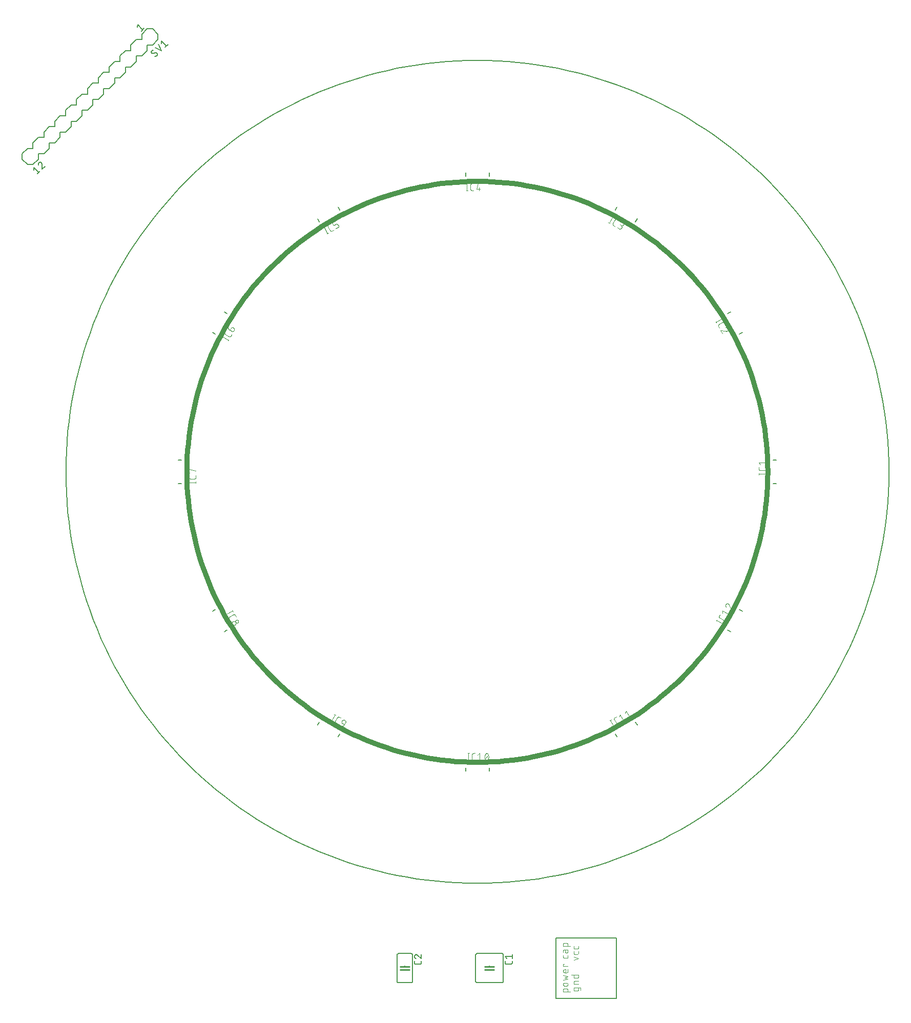
<source format=gto>
G04 EAGLE Gerber RS-274X export*
G75*
%MOMM*%
%FSLAX34Y34*%
%LPD*%
%INSilkscreen Top*%
%IPPOS*%
%AMOC8*
5,1,8,0,0,1.08239X$1,22.5*%
G01*
%ADD10C,0.152400*%
%ADD11C,0.812800*%
%ADD12C,0.254000*%
%ADD13C,0.127000*%
%ADD14C,0.203200*%
%ADD15C,0.101600*%


D10*
X-680000Y0D02*
X-679795Y16688D01*
X-679181Y33366D01*
X-678158Y50024D01*
X-676726Y66652D01*
X-674886Y83239D01*
X-672640Y99777D01*
X-669989Y116254D01*
X-666934Y132661D01*
X-663477Y148989D01*
X-659621Y165227D01*
X-655368Y181365D01*
X-650719Y197394D01*
X-645679Y213304D01*
X-640250Y229085D01*
X-634435Y244729D01*
X-628238Y260225D01*
X-621663Y275564D01*
X-614713Y290737D01*
X-607393Y305736D01*
X-599706Y320550D01*
X-591659Y335171D01*
X-583255Y349590D01*
X-574500Y363798D01*
X-565399Y377788D01*
X-555958Y391550D01*
X-546181Y405076D01*
X-536076Y418357D01*
X-525647Y431387D01*
X-514902Y444158D01*
X-503847Y456660D01*
X-492488Y468888D01*
X-480833Y480833D01*
X-468888Y492488D01*
X-456660Y503847D01*
X-444158Y514902D01*
X-431387Y525647D01*
X-418357Y536076D01*
X-405076Y546181D01*
X-391550Y555958D01*
X-377788Y565399D01*
X-363798Y574500D01*
X-349590Y583255D01*
X-335171Y591659D01*
X-320550Y599706D01*
X-305736Y607393D01*
X-290737Y614713D01*
X-275564Y621663D01*
X-260225Y628238D01*
X-244729Y634435D01*
X-229085Y640250D01*
X-213304Y645679D01*
X-197394Y650719D01*
X-181365Y655368D01*
X-165227Y659621D01*
X-148989Y663477D01*
X-132661Y666934D01*
X-116254Y669989D01*
X-99777Y672640D01*
X-83239Y674886D01*
X-66652Y676726D01*
X-50024Y678158D01*
X-33366Y679181D01*
X-16688Y679795D01*
X0Y680000D01*
X16688Y679795D01*
X33366Y679181D01*
X50024Y678158D01*
X66652Y676726D01*
X83239Y674886D01*
X99777Y672640D01*
X116254Y669989D01*
X132661Y666934D01*
X148989Y663477D01*
X165227Y659621D01*
X181365Y655368D01*
X197394Y650719D01*
X213304Y645679D01*
X229085Y640250D01*
X244729Y634435D01*
X260225Y628238D01*
X275564Y621663D01*
X290737Y614713D01*
X305736Y607393D01*
X320550Y599706D01*
X335171Y591659D01*
X349590Y583255D01*
X363798Y574500D01*
X377788Y565399D01*
X391550Y555958D01*
X405076Y546181D01*
X418357Y536076D01*
X431387Y525647D01*
X444158Y514902D01*
X456660Y503847D01*
X468888Y492488D01*
X480833Y480833D01*
X492488Y468888D01*
X503847Y456660D01*
X514902Y444158D01*
X525647Y431387D01*
X536076Y418357D01*
X546181Y405076D01*
X555958Y391550D01*
X565399Y377788D01*
X574500Y363798D01*
X583255Y349590D01*
X591659Y335171D01*
X599706Y320550D01*
X607393Y305736D01*
X614713Y290737D01*
X621663Y275564D01*
X628238Y260225D01*
X634435Y244729D01*
X640250Y229085D01*
X645679Y213304D01*
X650719Y197394D01*
X655368Y181365D01*
X659621Y165227D01*
X663477Y148989D01*
X666934Y132661D01*
X669989Y116254D01*
X672640Y99777D01*
X674886Y83239D01*
X676726Y66652D01*
X678158Y50024D01*
X679181Y33366D01*
X679795Y16688D01*
X680000Y0D01*
X679795Y-16688D01*
X679181Y-33366D01*
X678158Y-50024D01*
X676726Y-66652D01*
X674886Y-83239D01*
X672640Y-99777D01*
X669989Y-116254D01*
X666934Y-132661D01*
X663477Y-148989D01*
X659621Y-165227D01*
X655368Y-181365D01*
X650719Y-197394D01*
X645679Y-213304D01*
X640250Y-229085D01*
X634435Y-244729D01*
X628238Y-260225D01*
X621663Y-275564D01*
X614713Y-290737D01*
X607393Y-305736D01*
X599706Y-320550D01*
X591659Y-335171D01*
X583255Y-349590D01*
X574500Y-363798D01*
X565399Y-377788D01*
X555958Y-391550D01*
X546181Y-405076D01*
X536076Y-418357D01*
X525647Y-431387D01*
X514902Y-444158D01*
X503847Y-456660D01*
X492488Y-468888D01*
X480833Y-480833D01*
X468888Y-492488D01*
X456660Y-503847D01*
X444158Y-514902D01*
X431387Y-525647D01*
X418357Y-536076D01*
X405076Y-546181D01*
X391550Y-555958D01*
X377788Y-565399D01*
X363798Y-574500D01*
X349590Y-583255D01*
X335171Y-591659D01*
X320550Y-599706D01*
X305736Y-607393D01*
X290737Y-614713D01*
X275564Y-621663D01*
X260225Y-628238D01*
X244729Y-634435D01*
X229085Y-640250D01*
X213304Y-645679D01*
X197394Y-650719D01*
X181365Y-655368D01*
X165227Y-659621D01*
X148989Y-663477D01*
X132661Y-666934D01*
X116254Y-669989D01*
X99777Y-672640D01*
X83239Y-674886D01*
X66652Y-676726D01*
X50024Y-678158D01*
X33366Y-679181D01*
X16688Y-679795D01*
X0Y-680000D01*
X-16688Y-679795D01*
X-33366Y-679181D01*
X-50024Y-678158D01*
X-66652Y-676726D01*
X-83239Y-674886D01*
X-99777Y-672640D01*
X-116254Y-669989D01*
X-132661Y-666934D01*
X-148989Y-663477D01*
X-165227Y-659621D01*
X-181365Y-655368D01*
X-197394Y-650719D01*
X-213304Y-645679D01*
X-229085Y-640250D01*
X-244729Y-634435D01*
X-260225Y-628238D01*
X-275564Y-621663D01*
X-290737Y-614713D01*
X-305736Y-607393D01*
X-320550Y-599706D01*
X-335171Y-591659D01*
X-349590Y-583255D01*
X-363798Y-574500D01*
X-377788Y-565399D01*
X-391550Y-555958D01*
X-405076Y-546181D01*
X-418357Y-536076D01*
X-431387Y-525647D01*
X-444158Y-514902D01*
X-456660Y-503847D01*
X-468888Y-492488D01*
X-480833Y-480833D01*
X-492488Y-468888D01*
X-503847Y-456660D01*
X-514902Y-444158D01*
X-525647Y-431387D01*
X-536076Y-418357D01*
X-546181Y-405076D01*
X-555958Y-391550D01*
X-565399Y-377788D01*
X-574500Y-363798D01*
X-583255Y-349590D01*
X-591659Y-335171D01*
X-599706Y-320550D01*
X-607393Y-305736D01*
X-614713Y-290737D01*
X-621663Y-275564D01*
X-628238Y-260225D01*
X-634435Y-244729D01*
X-640250Y-229085D01*
X-645679Y-213304D01*
X-650719Y-197394D01*
X-655368Y-181365D01*
X-659621Y-165227D01*
X-663477Y-148989D01*
X-666934Y-132661D01*
X-669989Y-116254D01*
X-672640Y-99777D01*
X-674886Y-83239D01*
X-676726Y-66652D01*
X-678158Y-50024D01*
X-679181Y-33366D01*
X-679795Y-16688D01*
X-680000Y0D01*
D11*
X-480000Y0D02*
X-479855Y11780D01*
X-479422Y23552D01*
X-478699Y35311D01*
X-477689Y47048D01*
X-476390Y58757D01*
X-474805Y70431D01*
X-472933Y82062D01*
X-470777Y93643D01*
X-468337Y105169D01*
X-465615Y116630D01*
X-462613Y128022D01*
X-459331Y139337D01*
X-455774Y150567D01*
X-451941Y161707D01*
X-447837Y172750D01*
X-443462Y183688D01*
X-438821Y194516D01*
X-433915Y205226D01*
X-428748Y215813D01*
X-423322Y226270D01*
X-417642Y236591D01*
X-411710Y246769D01*
X-405530Y256799D01*
X-399105Y266674D01*
X-392441Y276388D01*
X-385540Y285936D01*
X-378406Y295311D01*
X-371045Y304509D01*
X-363460Y313523D01*
X-355657Y322348D01*
X-347639Y330979D01*
X-339411Y339411D01*
X-330979Y347639D01*
X-322348Y355657D01*
X-313523Y363460D01*
X-304509Y371045D01*
X-295311Y378406D01*
X-285936Y385540D01*
X-276388Y392441D01*
X-266674Y399105D01*
X-256799Y405530D01*
X-246769Y411710D01*
X-236591Y417642D01*
X-226270Y423322D01*
X-215813Y428748D01*
X-205226Y433915D01*
X-194516Y438821D01*
X-183688Y443462D01*
X-172750Y447837D01*
X-161707Y451941D01*
X-150567Y455774D01*
X-139337Y459331D01*
X-128022Y462613D01*
X-116630Y465615D01*
X-105169Y468337D01*
X-93643Y470777D01*
X-82062Y472933D01*
X-70431Y474805D01*
X-58757Y476390D01*
X-47048Y477689D01*
X-35311Y478699D01*
X-23552Y479422D01*
X-11780Y479855D01*
X0Y480000D01*
X11780Y479855D01*
X23552Y479422D01*
X35311Y478699D01*
X47048Y477689D01*
X58757Y476390D01*
X70431Y474805D01*
X82062Y472933D01*
X93643Y470777D01*
X105169Y468337D01*
X116630Y465615D01*
X128022Y462613D01*
X139337Y459331D01*
X150567Y455774D01*
X161707Y451941D01*
X172750Y447837D01*
X183688Y443462D01*
X194516Y438821D01*
X205226Y433915D01*
X215813Y428748D01*
X226270Y423322D01*
X236591Y417642D01*
X246769Y411710D01*
X256799Y405530D01*
X266674Y399105D01*
X276388Y392441D01*
X285936Y385540D01*
X295311Y378406D01*
X304509Y371045D01*
X313523Y363460D01*
X322348Y355657D01*
X330979Y347639D01*
X339411Y339411D01*
X347639Y330979D01*
X355657Y322348D01*
X363460Y313523D01*
X371045Y304509D01*
X378406Y295311D01*
X385540Y285936D01*
X392441Y276388D01*
X399105Y266674D01*
X405530Y256799D01*
X411710Y246769D01*
X417642Y236591D01*
X423322Y226270D01*
X428748Y215813D01*
X433915Y205226D01*
X438821Y194516D01*
X443462Y183688D01*
X447837Y172750D01*
X451941Y161707D01*
X455774Y150567D01*
X459331Y139337D01*
X462613Y128022D01*
X465615Y116630D01*
X468337Y105169D01*
X470777Y93643D01*
X472933Y82062D01*
X474805Y70431D01*
X476390Y58757D01*
X477689Y47048D01*
X478699Y35311D01*
X479422Y23552D01*
X479855Y11780D01*
X480000Y0D01*
X479855Y-11780D01*
X479422Y-23552D01*
X478699Y-35311D01*
X477689Y-47048D01*
X476390Y-58757D01*
X474805Y-70431D01*
X472933Y-82062D01*
X470777Y-93643D01*
X468337Y-105169D01*
X465615Y-116630D01*
X462613Y-128022D01*
X459331Y-139337D01*
X455774Y-150567D01*
X451941Y-161707D01*
X447837Y-172750D01*
X443462Y-183688D01*
X438821Y-194516D01*
X433915Y-205226D01*
X428748Y-215813D01*
X423322Y-226270D01*
X417642Y-236591D01*
X411710Y-246769D01*
X405530Y-256799D01*
X399105Y-266674D01*
X392441Y-276388D01*
X385540Y-285936D01*
X378406Y-295311D01*
X371045Y-304509D01*
X363460Y-313523D01*
X355657Y-322348D01*
X347639Y-330979D01*
X339411Y-339411D01*
X330979Y-347639D01*
X322348Y-355657D01*
X313523Y-363460D01*
X304509Y-371045D01*
X295311Y-378406D01*
X285936Y-385540D01*
X276388Y-392441D01*
X266674Y-399105D01*
X256799Y-405530D01*
X246769Y-411710D01*
X236591Y-417642D01*
X226270Y-423322D01*
X215813Y-428748D01*
X205226Y-433915D01*
X194516Y-438821D01*
X183688Y-443462D01*
X172750Y-447837D01*
X161707Y-451941D01*
X150567Y-455774D01*
X139337Y-459331D01*
X128022Y-462613D01*
X116630Y-465615D01*
X105169Y-468337D01*
X93643Y-470777D01*
X82062Y-472933D01*
X70431Y-474805D01*
X58757Y-476390D01*
X47048Y-477689D01*
X35311Y-478699D01*
X23552Y-479422D01*
X11780Y-479855D01*
X0Y-480000D01*
X-11780Y-479855D01*
X-23552Y-479422D01*
X-35311Y-478699D01*
X-47048Y-477689D01*
X-58757Y-476390D01*
X-70431Y-474805D01*
X-82062Y-472933D01*
X-93643Y-470777D01*
X-105169Y-468337D01*
X-116630Y-465615D01*
X-128022Y-462613D01*
X-139337Y-459331D01*
X-150567Y-455774D01*
X-161707Y-451941D01*
X-172750Y-447837D01*
X-183688Y-443462D01*
X-194516Y-438821D01*
X-205226Y-433915D01*
X-215813Y-428748D01*
X-226270Y-423322D01*
X-236591Y-417642D01*
X-246769Y-411710D01*
X-256799Y-405530D01*
X-266674Y-399105D01*
X-276388Y-392441D01*
X-285936Y-385540D01*
X-295311Y-378406D01*
X-304509Y-371045D01*
X-313523Y-363460D01*
X-322348Y-355657D01*
X-330979Y-347639D01*
X-339411Y-339411D01*
X-347639Y-330979D01*
X-355657Y-322348D01*
X-363460Y-313523D01*
X-371045Y-304509D01*
X-378406Y-295311D01*
X-385540Y-285936D01*
X-392441Y-276388D01*
X-399105Y-266674D01*
X-405530Y-256799D01*
X-411710Y-246769D01*
X-417642Y-236591D01*
X-423322Y-226270D01*
X-428748Y-215813D01*
X-433915Y-205226D01*
X-438821Y-194516D01*
X-443462Y-183688D01*
X-447837Y-172750D01*
X-451941Y-161707D01*
X-455774Y-150567D01*
X-459331Y-139337D01*
X-462613Y-128022D01*
X-465615Y-116630D01*
X-468337Y-105169D01*
X-470777Y-93643D01*
X-472933Y-82062D01*
X-474805Y-70431D01*
X-476390Y-58757D01*
X-477689Y-47048D01*
X-478699Y-35311D01*
X-479422Y-23552D01*
X-479855Y-11780D01*
X-480000Y0D01*
D10*
X42860Y-798410D02*
X42860Y-841590D01*
X-2860Y-841590D02*
X-2860Y-798410D01*
X-320Y-844130D02*
X40320Y-844130D01*
X40320Y-795870D02*
X-320Y-795870D01*
X42860Y-841590D02*
X42858Y-841690D01*
X42852Y-841789D01*
X42842Y-841889D01*
X42829Y-841987D01*
X42811Y-842086D01*
X42790Y-842183D01*
X42765Y-842279D01*
X42736Y-842375D01*
X42703Y-842469D01*
X42667Y-842562D01*
X42627Y-842653D01*
X42583Y-842743D01*
X42536Y-842831D01*
X42486Y-842917D01*
X42432Y-843001D01*
X42375Y-843083D01*
X42315Y-843162D01*
X42251Y-843240D01*
X42185Y-843314D01*
X42116Y-843386D01*
X42044Y-843455D01*
X41970Y-843521D01*
X41892Y-843585D01*
X41813Y-843645D01*
X41731Y-843702D01*
X41647Y-843756D01*
X41561Y-843806D01*
X41473Y-843853D01*
X41383Y-843897D01*
X41292Y-843937D01*
X41199Y-843973D01*
X41105Y-844006D01*
X41009Y-844035D01*
X40913Y-844060D01*
X40816Y-844081D01*
X40717Y-844099D01*
X40619Y-844112D01*
X40519Y-844122D01*
X40420Y-844128D01*
X40320Y-844130D01*
X42860Y-798410D02*
X42858Y-798310D01*
X42852Y-798211D01*
X42842Y-798111D01*
X42829Y-798013D01*
X42811Y-797914D01*
X42790Y-797817D01*
X42765Y-797721D01*
X42736Y-797625D01*
X42703Y-797531D01*
X42667Y-797438D01*
X42627Y-797347D01*
X42583Y-797257D01*
X42536Y-797169D01*
X42486Y-797083D01*
X42432Y-796999D01*
X42375Y-796917D01*
X42315Y-796838D01*
X42251Y-796760D01*
X42185Y-796686D01*
X42116Y-796614D01*
X42044Y-796545D01*
X41970Y-796479D01*
X41892Y-796415D01*
X41813Y-796355D01*
X41731Y-796298D01*
X41647Y-796244D01*
X41561Y-796194D01*
X41473Y-796147D01*
X41383Y-796103D01*
X41292Y-796063D01*
X41199Y-796027D01*
X41105Y-795994D01*
X41009Y-795965D01*
X40913Y-795940D01*
X40816Y-795919D01*
X40717Y-795901D01*
X40619Y-795888D01*
X40519Y-795878D01*
X40420Y-795872D01*
X40320Y-795870D01*
X-2860Y-841590D02*
X-2858Y-841690D01*
X-2852Y-841789D01*
X-2842Y-841889D01*
X-2829Y-841987D01*
X-2811Y-842086D01*
X-2790Y-842183D01*
X-2765Y-842279D01*
X-2736Y-842375D01*
X-2703Y-842469D01*
X-2667Y-842562D01*
X-2627Y-842653D01*
X-2583Y-842743D01*
X-2536Y-842831D01*
X-2486Y-842917D01*
X-2432Y-843001D01*
X-2375Y-843083D01*
X-2315Y-843162D01*
X-2251Y-843240D01*
X-2185Y-843314D01*
X-2116Y-843386D01*
X-2044Y-843455D01*
X-1970Y-843521D01*
X-1892Y-843585D01*
X-1813Y-843645D01*
X-1731Y-843702D01*
X-1647Y-843756D01*
X-1561Y-843806D01*
X-1473Y-843853D01*
X-1383Y-843897D01*
X-1292Y-843937D01*
X-1199Y-843973D01*
X-1105Y-844006D01*
X-1009Y-844035D01*
X-913Y-844060D01*
X-816Y-844081D01*
X-717Y-844099D01*
X-619Y-844112D01*
X-519Y-844122D01*
X-420Y-844128D01*
X-320Y-844130D01*
X-2860Y-798410D02*
X-2858Y-798310D01*
X-2852Y-798211D01*
X-2842Y-798111D01*
X-2829Y-798013D01*
X-2811Y-797914D01*
X-2790Y-797817D01*
X-2765Y-797721D01*
X-2736Y-797625D01*
X-2703Y-797531D01*
X-2667Y-797438D01*
X-2627Y-797347D01*
X-2583Y-797257D01*
X-2536Y-797169D01*
X-2486Y-797083D01*
X-2432Y-796999D01*
X-2375Y-796917D01*
X-2315Y-796838D01*
X-2251Y-796760D01*
X-2185Y-796686D01*
X-2116Y-796614D01*
X-2044Y-796545D01*
X-1970Y-796479D01*
X-1892Y-796415D01*
X-1813Y-796355D01*
X-1731Y-796298D01*
X-1647Y-796244D01*
X-1561Y-796194D01*
X-1473Y-796147D01*
X-1383Y-796103D01*
X-1292Y-796063D01*
X-1199Y-796027D01*
X-1105Y-795994D01*
X-1009Y-795965D01*
X-913Y-795940D01*
X-816Y-795919D01*
X-717Y-795901D01*
X-619Y-795888D01*
X-519Y-795878D01*
X-420Y-795872D01*
X-320Y-795870D01*
X20000Y-822540D02*
X20000Y-823810D01*
D12*
X20000Y-822540D02*
X27620Y-822540D01*
X20000Y-822540D02*
X12380Y-822540D01*
X20000Y-817460D02*
X27620Y-817460D01*
X20000Y-817460D02*
X12380Y-817460D01*
D10*
X20000Y-817460D02*
X20000Y-816190D01*
D13*
X57465Y-811147D02*
X57465Y-808607D01*
X57465Y-811147D02*
X57463Y-811247D01*
X57457Y-811346D01*
X57447Y-811446D01*
X57434Y-811544D01*
X57416Y-811643D01*
X57395Y-811740D01*
X57370Y-811836D01*
X57341Y-811932D01*
X57308Y-812026D01*
X57272Y-812119D01*
X57232Y-812210D01*
X57188Y-812300D01*
X57141Y-812388D01*
X57091Y-812474D01*
X57037Y-812558D01*
X56980Y-812640D01*
X56920Y-812719D01*
X56856Y-812797D01*
X56790Y-812871D01*
X56721Y-812943D01*
X56649Y-813012D01*
X56575Y-813078D01*
X56497Y-813142D01*
X56418Y-813202D01*
X56336Y-813259D01*
X56252Y-813313D01*
X56166Y-813363D01*
X56078Y-813410D01*
X55988Y-813454D01*
X55897Y-813494D01*
X55804Y-813530D01*
X55710Y-813563D01*
X55614Y-813592D01*
X55518Y-813617D01*
X55421Y-813638D01*
X55322Y-813656D01*
X55224Y-813669D01*
X55124Y-813679D01*
X55025Y-813685D01*
X54925Y-813687D01*
X48575Y-813687D01*
X48475Y-813685D01*
X48376Y-813679D01*
X48276Y-813669D01*
X48178Y-813656D01*
X48079Y-813638D01*
X47982Y-813617D01*
X47886Y-813592D01*
X47790Y-813563D01*
X47696Y-813530D01*
X47603Y-813494D01*
X47512Y-813454D01*
X47422Y-813410D01*
X47334Y-813363D01*
X47248Y-813313D01*
X47164Y-813259D01*
X47082Y-813202D01*
X47003Y-813142D01*
X46925Y-813078D01*
X46851Y-813012D01*
X46779Y-812943D01*
X46710Y-812871D01*
X46644Y-812797D01*
X46580Y-812719D01*
X46520Y-812640D01*
X46463Y-812558D01*
X46409Y-812474D01*
X46359Y-812388D01*
X46312Y-812300D01*
X46268Y-812210D01*
X46228Y-812119D01*
X46192Y-812026D01*
X46159Y-811932D01*
X46130Y-811836D01*
X46105Y-811740D01*
X46084Y-811643D01*
X46066Y-811544D01*
X46053Y-811446D01*
X46043Y-811346D01*
X46037Y-811247D01*
X46035Y-811147D01*
X46035Y-808607D01*
X48575Y-804125D02*
X46035Y-800950D01*
X57465Y-800950D01*
X57465Y-804125D02*
X57465Y-797775D01*
D10*
X-107300Y-798410D02*
X-107300Y-841590D01*
X-132700Y-841590D02*
X-132700Y-798410D01*
X-130160Y-844130D02*
X-109840Y-844130D01*
X-109840Y-795870D02*
X-130160Y-795870D01*
X-107300Y-841590D02*
X-107302Y-841690D01*
X-107308Y-841789D01*
X-107318Y-841889D01*
X-107331Y-841987D01*
X-107349Y-842086D01*
X-107370Y-842183D01*
X-107395Y-842279D01*
X-107424Y-842375D01*
X-107457Y-842469D01*
X-107493Y-842562D01*
X-107533Y-842653D01*
X-107577Y-842743D01*
X-107624Y-842831D01*
X-107674Y-842917D01*
X-107728Y-843001D01*
X-107785Y-843083D01*
X-107845Y-843162D01*
X-107909Y-843240D01*
X-107975Y-843314D01*
X-108044Y-843386D01*
X-108116Y-843455D01*
X-108190Y-843521D01*
X-108268Y-843585D01*
X-108347Y-843645D01*
X-108429Y-843702D01*
X-108513Y-843756D01*
X-108599Y-843806D01*
X-108687Y-843853D01*
X-108777Y-843897D01*
X-108868Y-843937D01*
X-108961Y-843973D01*
X-109055Y-844006D01*
X-109151Y-844035D01*
X-109247Y-844060D01*
X-109344Y-844081D01*
X-109443Y-844099D01*
X-109541Y-844112D01*
X-109641Y-844122D01*
X-109740Y-844128D01*
X-109840Y-844130D01*
X-107300Y-798410D02*
X-107302Y-798310D01*
X-107308Y-798211D01*
X-107318Y-798111D01*
X-107331Y-798013D01*
X-107349Y-797914D01*
X-107370Y-797817D01*
X-107395Y-797721D01*
X-107424Y-797625D01*
X-107457Y-797531D01*
X-107493Y-797438D01*
X-107533Y-797347D01*
X-107577Y-797257D01*
X-107624Y-797169D01*
X-107674Y-797083D01*
X-107728Y-796999D01*
X-107785Y-796917D01*
X-107845Y-796838D01*
X-107909Y-796760D01*
X-107975Y-796686D01*
X-108044Y-796614D01*
X-108116Y-796545D01*
X-108190Y-796479D01*
X-108268Y-796415D01*
X-108347Y-796355D01*
X-108429Y-796298D01*
X-108513Y-796244D01*
X-108599Y-796194D01*
X-108687Y-796147D01*
X-108777Y-796103D01*
X-108868Y-796063D01*
X-108961Y-796027D01*
X-109055Y-795994D01*
X-109151Y-795965D01*
X-109247Y-795940D01*
X-109344Y-795919D01*
X-109443Y-795901D01*
X-109541Y-795888D01*
X-109641Y-795878D01*
X-109740Y-795872D01*
X-109840Y-795870D01*
X-132700Y-841590D02*
X-132698Y-841690D01*
X-132692Y-841789D01*
X-132682Y-841889D01*
X-132669Y-841987D01*
X-132651Y-842086D01*
X-132630Y-842183D01*
X-132605Y-842279D01*
X-132576Y-842375D01*
X-132543Y-842469D01*
X-132507Y-842562D01*
X-132467Y-842653D01*
X-132423Y-842743D01*
X-132376Y-842831D01*
X-132326Y-842917D01*
X-132272Y-843001D01*
X-132215Y-843083D01*
X-132155Y-843162D01*
X-132091Y-843240D01*
X-132025Y-843314D01*
X-131956Y-843386D01*
X-131884Y-843455D01*
X-131810Y-843521D01*
X-131732Y-843585D01*
X-131653Y-843645D01*
X-131571Y-843702D01*
X-131487Y-843756D01*
X-131401Y-843806D01*
X-131313Y-843853D01*
X-131223Y-843897D01*
X-131132Y-843937D01*
X-131039Y-843973D01*
X-130945Y-844006D01*
X-130849Y-844035D01*
X-130753Y-844060D01*
X-130656Y-844081D01*
X-130557Y-844099D01*
X-130459Y-844112D01*
X-130359Y-844122D01*
X-130260Y-844128D01*
X-130160Y-844130D01*
X-132700Y-798410D02*
X-132698Y-798310D01*
X-132692Y-798211D01*
X-132682Y-798111D01*
X-132669Y-798013D01*
X-132651Y-797914D01*
X-132630Y-797817D01*
X-132605Y-797721D01*
X-132576Y-797625D01*
X-132543Y-797531D01*
X-132507Y-797438D01*
X-132467Y-797347D01*
X-132423Y-797257D01*
X-132376Y-797169D01*
X-132326Y-797083D01*
X-132272Y-796999D01*
X-132215Y-796917D01*
X-132155Y-796838D01*
X-132091Y-796760D01*
X-132025Y-796686D01*
X-131956Y-796614D01*
X-131884Y-796545D01*
X-131810Y-796479D01*
X-131732Y-796415D01*
X-131653Y-796355D01*
X-131571Y-796298D01*
X-131487Y-796244D01*
X-131401Y-796194D01*
X-131313Y-796147D01*
X-131223Y-796103D01*
X-131132Y-796063D01*
X-131039Y-796027D01*
X-130945Y-795994D01*
X-130849Y-795965D01*
X-130753Y-795940D01*
X-130656Y-795919D01*
X-130557Y-795901D01*
X-130459Y-795888D01*
X-130359Y-795878D01*
X-130260Y-795872D01*
X-130160Y-795870D01*
X-120000Y-822540D02*
X-120000Y-823810D01*
D12*
X-120000Y-822540D02*
X-112380Y-822540D01*
X-120000Y-822540D02*
X-127620Y-822540D01*
X-120000Y-817460D02*
X-112380Y-817460D01*
X-120000Y-817460D02*
X-127620Y-817460D01*
D10*
X-120000Y-817460D02*
X-120000Y-816190D01*
D13*
X-92695Y-811147D02*
X-92695Y-808607D01*
X-92695Y-811147D02*
X-92697Y-811247D01*
X-92703Y-811346D01*
X-92713Y-811446D01*
X-92726Y-811544D01*
X-92744Y-811643D01*
X-92765Y-811740D01*
X-92790Y-811836D01*
X-92819Y-811932D01*
X-92852Y-812026D01*
X-92888Y-812119D01*
X-92928Y-812210D01*
X-92972Y-812300D01*
X-93019Y-812388D01*
X-93069Y-812474D01*
X-93123Y-812558D01*
X-93180Y-812640D01*
X-93240Y-812719D01*
X-93304Y-812797D01*
X-93370Y-812871D01*
X-93439Y-812943D01*
X-93511Y-813012D01*
X-93585Y-813078D01*
X-93663Y-813142D01*
X-93742Y-813202D01*
X-93824Y-813259D01*
X-93908Y-813313D01*
X-93994Y-813363D01*
X-94082Y-813410D01*
X-94172Y-813454D01*
X-94263Y-813494D01*
X-94356Y-813530D01*
X-94450Y-813563D01*
X-94546Y-813592D01*
X-94642Y-813617D01*
X-94739Y-813638D01*
X-94838Y-813656D01*
X-94936Y-813669D01*
X-95036Y-813679D01*
X-95135Y-813685D01*
X-95235Y-813687D01*
X-101585Y-813687D01*
X-101685Y-813685D01*
X-101784Y-813679D01*
X-101884Y-813669D01*
X-101982Y-813656D01*
X-102081Y-813638D01*
X-102178Y-813617D01*
X-102274Y-813592D01*
X-102370Y-813563D01*
X-102464Y-813530D01*
X-102557Y-813494D01*
X-102648Y-813454D01*
X-102738Y-813410D01*
X-102826Y-813363D01*
X-102912Y-813313D01*
X-102996Y-813259D01*
X-103078Y-813202D01*
X-103157Y-813142D01*
X-103235Y-813078D01*
X-103309Y-813012D01*
X-103381Y-812943D01*
X-103450Y-812871D01*
X-103516Y-812797D01*
X-103580Y-812719D01*
X-103640Y-812640D01*
X-103697Y-812558D01*
X-103751Y-812474D01*
X-103801Y-812388D01*
X-103848Y-812300D01*
X-103892Y-812210D01*
X-103932Y-812119D01*
X-103968Y-812026D01*
X-104001Y-811932D01*
X-104030Y-811836D01*
X-104055Y-811740D01*
X-104076Y-811643D01*
X-104094Y-811544D01*
X-104107Y-811446D01*
X-104117Y-811346D01*
X-104123Y-811247D01*
X-104125Y-811147D01*
X-104125Y-808607D01*
X-104126Y-800633D02*
X-104124Y-800529D01*
X-104118Y-800424D01*
X-104109Y-800320D01*
X-104096Y-800217D01*
X-104078Y-800114D01*
X-104058Y-800012D01*
X-104033Y-799910D01*
X-104005Y-799810D01*
X-103973Y-799710D01*
X-103937Y-799612D01*
X-103898Y-799515D01*
X-103856Y-799420D01*
X-103810Y-799326D01*
X-103760Y-799234D01*
X-103708Y-799144D01*
X-103652Y-799056D01*
X-103592Y-798970D01*
X-103530Y-798886D01*
X-103465Y-798805D01*
X-103397Y-798726D01*
X-103325Y-798649D01*
X-103252Y-798576D01*
X-103175Y-798504D01*
X-103096Y-798436D01*
X-103015Y-798371D01*
X-102931Y-798309D01*
X-102845Y-798249D01*
X-102757Y-798193D01*
X-102667Y-798141D01*
X-102575Y-798091D01*
X-102481Y-798045D01*
X-102386Y-798003D01*
X-102289Y-797964D01*
X-102191Y-797928D01*
X-102091Y-797896D01*
X-101991Y-797868D01*
X-101889Y-797843D01*
X-101787Y-797823D01*
X-101684Y-797805D01*
X-101581Y-797792D01*
X-101477Y-797783D01*
X-101372Y-797777D01*
X-101268Y-797775D01*
X-104125Y-800633D02*
X-104123Y-800751D01*
X-104117Y-800870D01*
X-104108Y-800988D01*
X-104095Y-801105D01*
X-104077Y-801222D01*
X-104057Y-801339D01*
X-104032Y-801455D01*
X-104004Y-801570D01*
X-103971Y-801683D01*
X-103936Y-801796D01*
X-103896Y-801908D01*
X-103854Y-802018D01*
X-103807Y-802127D01*
X-103757Y-802235D01*
X-103704Y-802340D01*
X-103647Y-802444D01*
X-103587Y-802546D01*
X-103524Y-802646D01*
X-103457Y-802744D01*
X-103388Y-802840D01*
X-103315Y-802933D01*
X-103239Y-803024D01*
X-103161Y-803113D01*
X-103079Y-803199D01*
X-102995Y-803282D01*
X-102909Y-803363D01*
X-102819Y-803440D01*
X-102728Y-803515D01*
X-102634Y-803587D01*
X-102537Y-803656D01*
X-102439Y-803721D01*
X-102338Y-803784D01*
X-102235Y-803843D01*
X-102131Y-803899D01*
X-102025Y-803951D01*
X-101917Y-804000D01*
X-101808Y-804045D01*
X-101697Y-804087D01*
X-101585Y-804125D01*
X-99046Y-798727D02*
X-99121Y-798651D01*
X-99200Y-798576D01*
X-99281Y-798505D01*
X-99365Y-798436D01*
X-99451Y-798371D01*
X-99539Y-798309D01*
X-99629Y-798249D01*
X-99721Y-798193D01*
X-99816Y-798140D01*
X-99912Y-798091D01*
X-100010Y-798045D01*
X-100109Y-798002D01*
X-100210Y-797963D01*
X-100312Y-797928D01*
X-100415Y-797896D01*
X-100519Y-797868D01*
X-100624Y-797843D01*
X-100731Y-797822D01*
X-100837Y-797805D01*
X-100944Y-797792D01*
X-101052Y-797783D01*
X-101160Y-797777D01*
X-101268Y-797775D01*
X-99045Y-798728D02*
X-92695Y-804125D01*
X-92695Y-797775D01*
D10*
X-536727Y705312D02*
X-527747Y714293D01*
X-536727Y705312D02*
X-545707Y705312D01*
X-554688Y714293D02*
X-554688Y723273D01*
X-545707Y705312D02*
X-545707Y696332D01*
X-554688Y687352D01*
X-563668Y687352D01*
X-572648Y696332D02*
X-572648Y705312D01*
X-563668Y714293D01*
X-554688Y714293D01*
X-536727Y732253D02*
X-527747Y723273D01*
X-527747Y714293D01*
X-536727Y732253D02*
X-545707Y732253D01*
X-554688Y723273D01*
X-563668Y687352D02*
X-563668Y678372D01*
X-572648Y669391D01*
X-581628Y669391D01*
X-590609Y678372D02*
X-590609Y687352D01*
X-581628Y696332D01*
X-572648Y696332D01*
X-581628Y660411D02*
X-590609Y651431D01*
X-599589Y651431D01*
X-608569Y660411D02*
X-608569Y669391D01*
X-599589Y651431D02*
X-599589Y642451D01*
X-608569Y633470D01*
X-617549Y633470D01*
X-626530Y642451D02*
X-626530Y651431D01*
X-617549Y660411D01*
X-608569Y660411D01*
X-581628Y660411D02*
X-581628Y669391D01*
X-590609Y678372D02*
X-599589Y678372D01*
X-608569Y669391D01*
X-617549Y633470D02*
X-617549Y624490D01*
X-626530Y615510D01*
X-635510Y615510D01*
X-644490Y624490D02*
X-644490Y633470D01*
X-635510Y642451D01*
X-626530Y642451D01*
X-635510Y606530D02*
X-644490Y597549D01*
X-653470Y597549D01*
X-662451Y606530D02*
X-662451Y615510D01*
X-653470Y597549D02*
X-653470Y588569D01*
X-662451Y579589D01*
X-671431Y579589D01*
X-680411Y588569D02*
X-680411Y597549D01*
X-671431Y606530D01*
X-662451Y606530D01*
X-635510Y606530D02*
X-635510Y615510D01*
X-644490Y624490D02*
X-653470Y624490D01*
X-662451Y615510D01*
X-671431Y579589D02*
X-671431Y570609D01*
X-680411Y561628D01*
X-689391Y561628D01*
X-698372Y570609D02*
X-698372Y579589D01*
X-689391Y588569D01*
X-680411Y588569D01*
X-689391Y552648D02*
X-698372Y543668D01*
X-707352Y543668D01*
X-716332Y552648D02*
X-716332Y561628D01*
X-707352Y543668D02*
X-707352Y534688D01*
X-716332Y525707D01*
X-725312Y525707D01*
X-734293Y534688D02*
X-734293Y543668D01*
X-725312Y552648D01*
X-716332Y552648D01*
X-689391Y552648D02*
X-689391Y561628D01*
X-698372Y570609D02*
X-707352Y570609D01*
X-716332Y561628D01*
X-725312Y525707D02*
X-725312Y516727D01*
X-734293Y507747D01*
X-743273Y507747D01*
X-752253Y516727D02*
X-752253Y525707D01*
X-743273Y534688D01*
X-734293Y534688D01*
X-752253Y516727D02*
X-743273Y507747D01*
D13*
X-561872Y734947D02*
X-561423Y738988D01*
X-553340Y730906D01*
X-551095Y733151D02*
X-555586Y728661D01*
X-732946Y502808D02*
X-733395Y498766D01*
X-732946Y502808D02*
X-724863Y494725D01*
X-727108Y492480D02*
X-722618Y496970D01*
X-720597Y511115D02*
X-720674Y511189D01*
X-720754Y511260D01*
X-720836Y511329D01*
X-720921Y511394D01*
X-721008Y511455D01*
X-721097Y511514D01*
X-721189Y511569D01*
X-721283Y511621D01*
X-721378Y511669D01*
X-721475Y511714D01*
X-721574Y511754D01*
X-721674Y511792D01*
X-721776Y511825D01*
X-721878Y511855D01*
X-721982Y511880D01*
X-722087Y511902D01*
X-722192Y511920D01*
X-722298Y511934D01*
X-722404Y511944D01*
X-722511Y511950D01*
X-722618Y511952D01*
X-722725Y511950D01*
X-722832Y511944D01*
X-722938Y511934D01*
X-723044Y511920D01*
X-723149Y511902D01*
X-723254Y511880D01*
X-723358Y511855D01*
X-723460Y511825D01*
X-723562Y511792D01*
X-723662Y511754D01*
X-723761Y511714D01*
X-723858Y511669D01*
X-723953Y511621D01*
X-724047Y511569D01*
X-724139Y511514D01*
X-724228Y511455D01*
X-724315Y511394D01*
X-724400Y511329D01*
X-724482Y511260D01*
X-724562Y511189D01*
X-724639Y511115D01*
X-724639Y511114D02*
X-724721Y511029D01*
X-724801Y510941D01*
X-724877Y510851D01*
X-724951Y510758D01*
X-725022Y510663D01*
X-725089Y510566D01*
X-725154Y510467D01*
X-725215Y510366D01*
X-725273Y510262D01*
X-725328Y510157D01*
X-725379Y510051D01*
X-725426Y509942D01*
X-725471Y509832D01*
X-725511Y509721D01*
X-725548Y509609D01*
X-725582Y509495D01*
X-725611Y509381D01*
X-725637Y509265D01*
X-725659Y509149D01*
X-725678Y509032D01*
X-725693Y508915D01*
X-725703Y508797D01*
X-725710Y508678D01*
X-725714Y508560D01*
X-725713Y508442D01*
X-725709Y508323D01*
X-725701Y508205D01*
X-725689Y508088D01*
X-725673Y507970D01*
X-725653Y507854D01*
X-725630Y507737D01*
X-725603Y507622D01*
X-725572Y507508D01*
X-725538Y507395D01*
X-725500Y507283D01*
X-725458Y507172D01*
X-725413Y507062D01*
X-725364Y506954D01*
X-725312Y506848D01*
X-719700Y508869D02*
X-719699Y508977D01*
X-719702Y509085D01*
X-719709Y509193D01*
X-719720Y509301D01*
X-719734Y509408D01*
X-719752Y509514D01*
X-719774Y509620D01*
X-719800Y509725D01*
X-719829Y509829D01*
X-719862Y509932D01*
X-719899Y510033D01*
X-719939Y510134D01*
X-719983Y510233D01*
X-720030Y510330D01*
X-720080Y510425D01*
X-720134Y510519D01*
X-720191Y510611D01*
X-720251Y510700D01*
X-720315Y510788D01*
X-720381Y510873D01*
X-720451Y510956D01*
X-720523Y511036D01*
X-720598Y511114D01*
X-719700Y508869D02*
X-719026Y500563D01*
X-714536Y505053D01*
X-529274Y688520D02*
X-529205Y688592D01*
X-529139Y688666D01*
X-529075Y688744D01*
X-529015Y688823D01*
X-528958Y688905D01*
X-528904Y688989D01*
X-528854Y689075D01*
X-528807Y689163D01*
X-528763Y689253D01*
X-528723Y689344D01*
X-528687Y689437D01*
X-528654Y689531D01*
X-528625Y689627D01*
X-528600Y689723D01*
X-528579Y689821D01*
X-528561Y689919D01*
X-528548Y690017D01*
X-528538Y690117D01*
X-528532Y690216D01*
X-528530Y690316D01*
X-528532Y690416D01*
X-528538Y690515D01*
X-528548Y690615D01*
X-528561Y690713D01*
X-528579Y690812D01*
X-528600Y690909D01*
X-528625Y691005D01*
X-528654Y691101D01*
X-528687Y691195D01*
X-528723Y691288D01*
X-528763Y691379D01*
X-528807Y691469D01*
X-528854Y691557D01*
X-528904Y691643D01*
X-528958Y691727D01*
X-529015Y691809D01*
X-529075Y691888D01*
X-529139Y691966D01*
X-529205Y692040D01*
X-529274Y692112D01*
X-529274Y688520D02*
X-529375Y688421D01*
X-529479Y688325D01*
X-529585Y688232D01*
X-529694Y688142D01*
X-529805Y688054D01*
X-529918Y687970D01*
X-530033Y687889D01*
X-530151Y687810D01*
X-530270Y687735D01*
X-530392Y687663D01*
X-530515Y687594D01*
X-530640Y687529D01*
X-530767Y687466D01*
X-530895Y687408D01*
X-531025Y687352D01*
X-531157Y687300D01*
X-531289Y687251D01*
X-531423Y687206D01*
X-531558Y687165D01*
X-531694Y687127D01*
X-531831Y687093D01*
X-531969Y687062D01*
X-532107Y687035D01*
X-532247Y687011D01*
X-532386Y686991D01*
X-532527Y686975D01*
X-532667Y686963D01*
X-532808Y686954D01*
X-532950Y686949D01*
X-533091Y686948D01*
X-538029Y692336D02*
X-538098Y692408D01*
X-538164Y692482D01*
X-538228Y692560D01*
X-538288Y692639D01*
X-538345Y692721D01*
X-538399Y692805D01*
X-538449Y692891D01*
X-538496Y692979D01*
X-538540Y693069D01*
X-538580Y693160D01*
X-538616Y693253D01*
X-538649Y693347D01*
X-538678Y693443D01*
X-538703Y693539D01*
X-538724Y693636D01*
X-538742Y693735D01*
X-538755Y693833D01*
X-538765Y693933D01*
X-538771Y694032D01*
X-538773Y694132D01*
X-538771Y694232D01*
X-538765Y694331D01*
X-538755Y694431D01*
X-538742Y694529D01*
X-538724Y694628D01*
X-538703Y694725D01*
X-538678Y694821D01*
X-538649Y694917D01*
X-538616Y695011D01*
X-538580Y695104D01*
X-538540Y695195D01*
X-538496Y695285D01*
X-538449Y695373D01*
X-538399Y695459D01*
X-538345Y695543D01*
X-538288Y695625D01*
X-538228Y695704D01*
X-538164Y695782D01*
X-538098Y695856D01*
X-538029Y695928D01*
X-537934Y696021D01*
X-537836Y696111D01*
X-537735Y696199D01*
X-537632Y696283D01*
X-537527Y696365D01*
X-537419Y696444D01*
X-537310Y696519D01*
X-537198Y696592D01*
X-537084Y696661D01*
X-536968Y696727D01*
X-536851Y696790D01*
X-536732Y696850D01*
X-536611Y696906D01*
X-536489Y696959D01*
X-536365Y697008D01*
X-536240Y697054D01*
X-536114Y697096D01*
X-535986Y697135D01*
X-535858Y697170D01*
X-535728Y697202D01*
X-535598Y697230D01*
X-535467Y697254D01*
X-535335Y697275D01*
X-535560Y691663D02*
X-535656Y691640D01*
X-535753Y691621D01*
X-535851Y691605D01*
X-535950Y691594D01*
X-536049Y691586D01*
X-536148Y691582D01*
X-536247Y691581D01*
X-536346Y691585D01*
X-536445Y691592D01*
X-536544Y691603D01*
X-536642Y691618D01*
X-536739Y691637D01*
X-536836Y691659D01*
X-536931Y691685D01*
X-537026Y691715D01*
X-537119Y691749D01*
X-537211Y691785D01*
X-537302Y691826D01*
X-537391Y691870D01*
X-537478Y691917D01*
X-537563Y691968D01*
X-537647Y692022D01*
X-537728Y692079D01*
X-537807Y692139D01*
X-537883Y692202D01*
X-537957Y692268D01*
X-538029Y692336D01*
X-531744Y692786D02*
X-531647Y692809D01*
X-531550Y692828D01*
X-531452Y692844D01*
X-531353Y692855D01*
X-531254Y692863D01*
X-531155Y692867D01*
X-531056Y692868D01*
X-530957Y692864D01*
X-530858Y692857D01*
X-530759Y692846D01*
X-530661Y692831D01*
X-530564Y692812D01*
X-530467Y692790D01*
X-530371Y692764D01*
X-530277Y692734D01*
X-530183Y692700D01*
X-530091Y692663D01*
X-530001Y692623D01*
X-529912Y692579D01*
X-529825Y692532D01*
X-529739Y692481D01*
X-529656Y692427D01*
X-529575Y692370D01*
X-529496Y692310D01*
X-529419Y692247D01*
X-529345Y692181D01*
X-529274Y692112D01*
X-531743Y692785D02*
X-535560Y691663D01*
X-532686Y701271D02*
X-521910Y695883D01*
X-527298Y706660D01*
X-522359Y708007D02*
X-521910Y712048D01*
X-513827Y703966D01*
X-511582Y706211D02*
X-516073Y701720D01*
D14*
X413649Y261337D02*
X418283Y264012D01*
X410758Y250546D02*
X422358Y230454D01*
X433149Y227563D02*
X437783Y230238D01*
D15*
X404292Y253330D02*
X394173Y247488D01*
X393524Y248612D02*
X394822Y246363D01*
X404941Y252205D02*
X403643Y254454D01*
X398404Y240159D02*
X399702Y237911D01*
X398404Y240160D02*
X398356Y240247D01*
X398311Y240336D01*
X398270Y240426D01*
X398232Y240518D01*
X398198Y240612D01*
X398167Y240706D01*
X398140Y240802D01*
X398117Y240899D01*
X398097Y240996D01*
X398082Y241095D01*
X398070Y241193D01*
X398061Y241292D01*
X398057Y241392D01*
X398056Y241491D01*
X398059Y241591D01*
X398066Y241690D01*
X398077Y241789D01*
X398092Y241887D01*
X398110Y241985D01*
X398132Y242082D01*
X398158Y242178D01*
X398187Y242273D01*
X398220Y242367D01*
X398257Y242459D01*
X398297Y242550D01*
X398340Y242640D01*
X398387Y242727D01*
X398438Y242813D01*
X398491Y242897D01*
X398548Y242979D01*
X398608Y243058D01*
X398670Y243135D01*
X398736Y243210D01*
X398805Y243282D01*
X398876Y243351D01*
X398950Y243418D01*
X399026Y243482D01*
X399105Y243542D01*
X399186Y243600D01*
X399269Y243655D01*
X399354Y243706D01*
X404976Y246952D01*
X404976Y246951D02*
X405063Y246999D01*
X405152Y247044D01*
X405242Y247085D01*
X405334Y247123D01*
X405428Y247157D01*
X405522Y247188D01*
X405618Y247215D01*
X405715Y247238D01*
X405812Y247258D01*
X405911Y247273D01*
X406009Y247285D01*
X406108Y247294D01*
X406208Y247298D01*
X406307Y247299D01*
X406407Y247296D01*
X406506Y247289D01*
X406605Y247278D01*
X406703Y247263D01*
X406801Y247245D01*
X406898Y247223D01*
X406994Y247197D01*
X407089Y247168D01*
X407183Y247135D01*
X407275Y247098D01*
X407366Y247058D01*
X407455Y247015D01*
X407543Y246968D01*
X407629Y246917D01*
X407713Y246864D01*
X407794Y246807D01*
X407874Y246747D01*
X407951Y246685D01*
X408026Y246619D01*
X408098Y246550D01*
X408167Y246479D01*
X408234Y246405D01*
X408298Y246329D01*
X408358Y246250D01*
X408416Y246169D01*
X408471Y246086D01*
X408522Y246001D01*
X409821Y243753D01*
X413789Y236880D02*
X413840Y236787D01*
X413889Y236692D01*
X413933Y236595D01*
X413974Y236497D01*
X414012Y236397D01*
X414046Y236296D01*
X414076Y236193D01*
X414102Y236090D01*
X414125Y235985D01*
X414143Y235880D01*
X414158Y235775D01*
X414169Y235669D01*
X414177Y235562D01*
X414180Y235456D01*
X414179Y235349D01*
X414175Y235242D01*
X414166Y235136D01*
X414154Y235030D01*
X414138Y234924D01*
X414118Y234820D01*
X414094Y234716D01*
X414066Y234613D01*
X414035Y234511D01*
X414000Y234410D01*
X413961Y234310D01*
X413919Y234212D01*
X413873Y234116D01*
X413823Y234022D01*
X413771Y233929D01*
X413715Y233838D01*
X413655Y233749D01*
X413593Y233663D01*
X413527Y233579D01*
X413458Y233497D01*
X413386Y233418D01*
X413312Y233342D01*
X413235Y233268D01*
X413155Y233198D01*
X413072Y233130D01*
X412987Y233065D01*
X412900Y233004D01*
X412811Y232945D01*
X412720Y232890D01*
X413789Y236880D02*
X413727Y236984D01*
X413662Y237086D01*
X413593Y237186D01*
X413521Y237283D01*
X413446Y237378D01*
X413368Y237470D01*
X413287Y237560D01*
X413203Y237648D01*
X413116Y237732D01*
X413027Y237814D01*
X412935Y237893D01*
X412841Y237968D01*
X412744Y238041D01*
X412645Y238110D01*
X412544Y238177D01*
X412440Y238240D01*
X412335Y238299D01*
X412228Y238356D01*
X412119Y238408D01*
X412008Y238457D01*
X411896Y238503D01*
X411783Y238545D01*
X411668Y238583D01*
X411552Y238618D01*
X411435Y238649D01*
X411317Y238675D01*
X411198Y238699D01*
X411079Y238718D01*
X410959Y238733D01*
X410838Y238745D01*
X410717Y238753D01*
X410596Y238757D01*
X410475Y238756D01*
X410355Y238752D01*
X410234Y238745D01*
X410113Y238733D01*
X409993Y238717D01*
X409874Y238698D01*
X409755Y238674D01*
X410265Y232599D02*
X410371Y232569D01*
X410478Y232544D01*
X410587Y232522D01*
X410696Y232504D01*
X410805Y232490D01*
X410915Y232480D01*
X411025Y232473D01*
X411136Y232471D01*
X411246Y232472D01*
X411357Y232478D01*
X411467Y232487D01*
X411576Y232500D01*
X411685Y232517D01*
X411794Y232538D01*
X411902Y232562D01*
X412008Y232591D01*
X412114Y232623D01*
X412219Y232659D01*
X412322Y232698D01*
X412423Y232741D01*
X412523Y232788D01*
X412622Y232838D01*
X412719Y232891D01*
X410265Y232598D02*
X401885Y234130D01*
X405130Y228509D01*
D14*
X227563Y433149D02*
X230238Y437783D01*
X230454Y422358D02*
X250546Y410758D01*
X261337Y413649D02*
X264012Y418283D01*
D15*
X223462Y421535D02*
X217620Y411417D01*
X216496Y412066D02*
X218745Y410768D01*
X224587Y420886D02*
X222338Y422185D01*
X224948Y407186D02*
X227197Y405888D01*
X224949Y407186D02*
X224864Y407237D01*
X224781Y407292D01*
X224700Y407349D01*
X224621Y407410D01*
X224545Y407474D01*
X224471Y407541D01*
X224400Y407610D01*
X224331Y407682D01*
X224265Y407757D01*
X224203Y407834D01*
X224143Y407913D01*
X224086Y407995D01*
X224033Y408079D01*
X223982Y408165D01*
X223935Y408253D01*
X223892Y408342D01*
X223852Y408433D01*
X223815Y408525D01*
X223782Y408619D01*
X223753Y408714D01*
X223727Y408810D01*
X223705Y408907D01*
X223687Y409005D01*
X223672Y409103D01*
X223661Y409202D01*
X223654Y409301D01*
X223651Y409401D01*
X223652Y409500D01*
X223656Y409600D01*
X223665Y409699D01*
X223677Y409798D01*
X223692Y409896D01*
X223712Y409993D01*
X223735Y410090D01*
X223762Y410186D01*
X223793Y410280D01*
X223827Y410374D01*
X223865Y410466D01*
X223906Y410556D01*
X223951Y410645D01*
X223999Y410732D01*
X223998Y410733D02*
X227244Y416354D01*
X227295Y416439D01*
X227350Y416522D01*
X227407Y416603D01*
X227468Y416682D01*
X227532Y416758D01*
X227599Y416832D01*
X227668Y416903D01*
X227740Y416972D01*
X227815Y417038D01*
X227892Y417100D01*
X227971Y417160D01*
X228053Y417217D01*
X228137Y417270D01*
X228223Y417321D01*
X228310Y417368D01*
X228400Y417411D01*
X228491Y417451D01*
X228583Y417488D01*
X228677Y417521D01*
X228772Y417550D01*
X228868Y417576D01*
X228965Y417598D01*
X229063Y417616D01*
X229161Y417631D01*
X229260Y417642D01*
X229359Y417649D01*
X229459Y417652D01*
X229558Y417651D01*
X229658Y417647D01*
X229757Y417638D01*
X229855Y417626D01*
X229954Y417611D01*
X230051Y417591D01*
X230148Y417568D01*
X230244Y417541D01*
X230338Y417510D01*
X230432Y417476D01*
X230524Y417438D01*
X230614Y417397D01*
X230703Y417352D01*
X230790Y417304D01*
X230790Y417305D02*
X233039Y416006D01*
X230977Y403705D02*
X233788Y402082D01*
X233887Y402027D01*
X233988Y401976D01*
X234091Y401928D01*
X234195Y401883D01*
X234301Y401843D01*
X234408Y401806D01*
X234516Y401773D01*
X234626Y401743D01*
X234736Y401718D01*
X234847Y401696D01*
X234959Y401679D01*
X235072Y401665D01*
X235185Y401655D01*
X235298Y401649D01*
X235411Y401647D01*
X235524Y401649D01*
X235637Y401655D01*
X235750Y401665D01*
X235863Y401679D01*
X235975Y401696D01*
X236086Y401718D01*
X236196Y401743D01*
X236306Y401773D01*
X236414Y401806D01*
X236521Y401843D01*
X236627Y401883D01*
X236731Y401928D01*
X236834Y401976D01*
X236935Y402027D01*
X237034Y402082D01*
X237131Y402140D01*
X237226Y402202D01*
X237319Y402267D01*
X237409Y402335D01*
X237497Y402406D01*
X237583Y402481D01*
X237666Y402558D01*
X237746Y402638D01*
X237823Y402721D01*
X237898Y402807D01*
X237969Y402895D01*
X238037Y402985D01*
X238102Y403078D01*
X238164Y403173D01*
X238222Y403270D01*
X238277Y403369D01*
X238328Y403470D01*
X238376Y403573D01*
X238421Y403677D01*
X238461Y403783D01*
X238498Y403890D01*
X238531Y403998D01*
X238561Y404108D01*
X238586Y404218D01*
X238608Y404329D01*
X238625Y404441D01*
X238639Y404554D01*
X238649Y404667D01*
X238655Y404780D01*
X238657Y404893D01*
X238655Y405006D01*
X238649Y405119D01*
X238639Y405232D01*
X238625Y405345D01*
X238608Y405457D01*
X238586Y405568D01*
X238561Y405678D01*
X238531Y405788D01*
X238498Y405896D01*
X238461Y406003D01*
X238421Y406109D01*
X238376Y406213D01*
X238328Y406316D01*
X238277Y406417D01*
X238222Y406516D01*
X238164Y406613D01*
X238102Y406708D01*
X238037Y406801D01*
X237969Y406891D01*
X237898Y406979D01*
X237823Y407065D01*
X237746Y407148D01*
X237666Y407228D01*
X237583Y407305D01*
X237497Y407380D01*
X237409Y407451D01*
X237319Y407519D01*
X237226Y407584D01*
X237131Y407646D01*
X237034Y407704D01*
X240192Y411876D02*
X236819Y413824D01*
X240193Y411877D02*
X240279Y411825D01*
X240363Y411770D01*
X240445Y411711D01*
X240524Y411649D01*
X240602Y411585D01*
X240676Y411517D01*
X240748Y411446D01*
X240817Y411373D01*
X240883Y411297D01*
X240947Y411219D01*
X241007Y411138D01*
X241064Y411055D01*
X241117Y410970D01*
X241168Y410883D01*
X241215Y410794D01*
X241258Y410703D01*
X241298Y410610D01*
X241334Y410516D01*
X241367Y410421D01*
X241396Y410324D01*
X241421Y410227D01*
X241442Y410128D01*
X241460Y410029D01*
X241473Y409929D01*
X241483Y409829D01*
X241489Y409729D01*
X241491Y409628D01*
X241489Y409527D01*
X241483Y409427D01*
X241473Y409327D01*
X241460Y409227D01*
X241442Y409128D01*
X241421Y409029D01*
X241396Y408932D01*
X241367Y408835D01*
X241334Y408740D01*
X241298Y408646D01*
X241258Y408553D01*
X241215Y408462D01*
X241168Y408373D01*
X241117Y408286D01*
X241064Y408201D01*
X241007Y408118D01*
X240947Y408037D01*
X240883Y407959D01*
X240817Y407883D01*
X240748Y407810D01*
X240676Y407739D01*
X240602Y407671D01*
X240524Y407607D01*
X240445Y407545D01*
X240363Y407486D01*
X240279Y407431D01*
X240193Y407379D01*
X240104Y407330D01*
X240014Y407285D01*
X239923Y407243D01*
X239829Y407205D01*
X239735Y407171D01*
X239639Y407140D01*
X239542Y407113D01*
X239444Y407090D01*
X239345Y407070D01*
X239245Y407055D01*
X239145Y407043D01*
X239045Y407035D01*
X238944Y407031D01*
X238844Y407031D01*
X238743Y407035D01*
X238643Y407043D01*
X238543Y407055D01*
X238443Y407070D01*
X238344Y407090D01*
X238246Y407113D01*
X238149Y407140D01*
X238053Y407171D01*
X237959Y407205D01*
X237865Y407243D01*
X237774Y407285D01*
X237684Y407330D01*
X237596Y407379D01*
X235347Y408677D01*
D14*
X-19500Y488900D02*
X-19500Y494250D01*
X-11600Y481000D02*
X11600Y481000D01*
X19500Y488900D02*
X19500Y494250D01*
D15*
X-17244Y476792D02*
X-17244Y465108D01*
X-18542Y465108D02*
X-15946Y465108D01*
X-15946Y476792D02*
X-18542Y476792D01*
X-8782Y465108D02*
X-6186Y465108D01*
X-8782Y465108D02*
X-8881Y465110D01*
X-8981Y465116D01*
X-9080Y465125D01*
X-9178Y465138D01*
X-9276Y465155D01*
X-9374Y465176D01*
X-9470Y465201D01*
X-9565Y465229D01*
X-9659Y465261D01*
X-9752Y465296D01*
X-9844Y465335D01*
X-9934Y465378D01*
X-10022Y465423D01*
X-10109Y465473D01*
X-10193Y465525D01*
X-10276Y465581D01*
X-10356Y465639D01*
X-10434Y465701D01*
X-10509Y465766D01*
X-10582Y465834D01*
X-10652Y465904D01*
X-10720Y465977D01*
X-10785Y466052D01*
X-10847Y466130D01*
X-10905Y466210D01*
X-10961Y466293D01*
X-11013Y466377D01*
X-11063Y466464D01*
X-11108Y466552D01*
X-11151Y466642D01*
X-11190Y466734D01*
X-11225Y466827D01*
X-11257Y466921D01*
X-11285Y467016D01*
X-11310Y467112D01*
X-11331Y467210D01*
X-11348Y467308D01*
X-11361Y467406D01*
X-11370Y467505D01*
X-11376Y467605D01*
X-11378Y467704D01*
X-11379Y467704D02*
X-11379Y474196D01*
X-11378Y474196D02*
X-11376Y474295D01*
X-11370Y474395D01*
X-11361Y474494D01*
X-11348Y474592D01*
X-11331Y474690D01*
X-11310Y474788D01*
X-11285Y474884D01*
X-11257Y474979D01*
X-11225Y475073D01*
X-11190Y475166D01*
X-11151Y475258D01*
X-11108Y475348D01*
X-11063Y475436D01*
X-11013Y475523D01*
X-10961Y475607D01*
X-10905Y475690D01*
X-10847Y475770D01*
X-10785Y475848D01*
X-10720Y475923D01*
X-10652Y475996D01*
X-10582Y476066D01*
X-10509Y476134D01*
X-10434Y476199D01*
X-10356Y476261D01*
X-10276Y476319D01*
X-10193Y476375D01*
X-10109Y476427D01*
X-10022Y476477D01*
X-9934Y476522D01*
X-9844Y476565D01*
X-9752Y476604D01*
X-9659Y476639D01*
X-9565Y476671D01*
X-9470Y476699D01*
X-9374Y476724D01*
X-9276Y476745D01*
X-9178Y476762D01*
X-9080Y476775D01*
X-8981Y476784D01*
X-8881Y476790D01*
X-8782Y476792D01*
X-6186Y476792D01*
X776Y476792D02*
X-1820Y467704D01*
X4671Y467704D01*
X2723Y465108D02*
X2723Y470301D01*
D14*
X-261337Y413649D02*
X-264012Y418283D01*
X-250546Y410758D02*
X-230454Y422358D01*
X-227563Y433149D02*
X-230238Y437783D01*
D15*
X-253330Y404292D02*
X-247488Y394173D01*
X-248612Y393524D02*
X-246363Y394822D01*
X-252205Y404941D02*
X-254454Y403643D01*
X-240159Y398404D02*
X-237911Y399702D01*
X-240160Y398404D02*
X-240247Y398356D01*
X-240336Y398311D01*
X-240426Y398270D01*
X-240518Y398232D01*
X-240612Y398198D01*
X-240706Y398167D01*
X-240802Y398140D01*
X-240899Y398117D01*
X-240996Y398097D01*
X-241095Y398082D01*
X-241193Y398070D01*
X-241292Y398061D01*
X-241392Y398057D01*
X-241491Y398056D01*
X-241591Y398059D01*
X-241690Y398066D01*
X-241789Y398077D01*
X-241887Y398092D01*
X-241985Y398110D01*
X-242082Y398132D01*
X-242178Y398158D01*
X-242273Y398187D01*
X-242367Y398220D01*
X-242459Y398257D01*
X-242550Y398297D01*
X-242640Y398340D01*
X-242727Y398387D01*
X-242813Y398438D01*
X-242897Y398491D01*
X-242979Y398548D01*
X-243058Y398608D01*
X-243135Y398670D01*
X-243210Y398736D01*
X-243282Y398805D01*
X-243351Y398876D01*
X-243418Y398950D01*
X-243482Y399026D01*
X-243542Y399105D01*
X-243600Y399186D01*
X-243655Y399269D01*
X-243706Y399354D01*
X-246952Y404976D01*
X-246951Y404976D02*
X-246999Y405063D01*
X-247044Y405152D01*
X-247085Y405242D01*
X-247123Y405334D01*
X-247157Y405428D01*
X-247188Y405522D01*
X-247215Y405618D01*
X-247238Y405715D01*
X-247258Y405812D01*
X-247273Y405911D01*
X-247285Y406009D01*
X-247294Y406108D01*
X-247298Y406208D01*
X-247299Y406307D01*
X-247296Y406407D01*
X-247289Y406506D01*
X-247278Y406605D01*
X-247263Y406703D01*
X-247245Y406801D01*
X-247223Y406898D01*
X-247197Y406994D01*
X-247168Y407089D01*
X-247135Y407183D01*
X-247098Y407275D01*
X-247058Y407366D01*
X-247015Y407455D01*
X-246968Y407543D01*
X-246917Y407629D01*
X-246864Y407713D01*
X-246807Y407794D01*
X-246747Y407874D01*
X-246685Y407951D01*
X-246619Y408026D01*
X-246550Y408098D01*
X-246479Y408167D01*
X-246405Y408234D01*
X-246329Y408298D01*
X-246250Y408358D01*
X-246169Y408416D01*
X-246086Y408471D01*
X-246001Y408522D01*
X-243753Y409821D01*
X-234130Y401885D02*
X-230757Y403832D01*
X-230758Y403833D02*
X-230673Y403884D01*
X-230590Y403939D01*
X-230509Y403996D01*
X-230430Y404057D01*
X-230354Y404121D01*
X-230280Y404188D01*
X-230209Y404257D01*
X-230140Y404329D01*
X-230074Y404404D01*
X-230012Y404481D01*
X-229952Y404560D01*
X-229895Y404642D01*
X-229842Y404726D01*
X-229791Y404812D01*
X-229744Y404899D01*
X-229701Y404989D01*
X-229661Y405080D01*
X-229624Y405172D01*
X-229591Y405266D01*
X-229562Y405361D01*
X-229536Y405457D01*
X-229514Y405554D01*
X-229496Y405652D01*
X-229481Y405750D01*
X-229470Y405849D01*
X-229463Y405948D01*
X-229460Y406048D01*
X-229461Y406147D01*
X-229465Y406247D01*
X-229474Y406346D01*
X-229486Y406444D01*
X-229501Y406543D01*
X-229521Y406640D01*
X-229544Y406737D01*
X-229571Y406833D01*
X-229602Y406927D01*
X-229636Y407021D01*
X-229674Y407113D01*
X-229715Y407203D01*
X-229760Y407292D01*
X-229808Y407379D01*
X-229807Y407379D02*
X-230456Y408503D01*
X-230457Y408503D02*
X-230508Y408588D01*
X-230563Y408671D01*
X-230621Y408752D01*
X-230681Y408831D01*
X-230745Y408907D01*
X-230812Y408981D01*
X-230881Y409052D01*
X-230953Y409121D01*
X-231028Y409187D01*
X-231105Y409249D01*
X-231184Y409309D01*
X-231266Y409366D01*
X-231350Y409419D01*
X-231436Y409470D01*
X-231524Y409517D01*
X-231613Y409560D01*
X-231704Y409600D01*
X-231796Y409637D01*
X-231890Y409670D01*
X-231985Y409699D01*
X-232081Y409725D01*
X-232178Y409747D01*
X-232276Y409765D01*
X-232374Y409780D01*
X-232473Y409791D01*
X-232572Y409798D01*
X-232672Y409801D01*
X-232771Y409800D01*
X-232871Y409796D01*
X-232970Y409787D01*
X-233068Y409775D01*
X-233167Y409760D01*
X-233264Y409740D01*
X-233361Y409717D01*
X-233457Y409690D01*
X-233551Y409659D01*
X-233645Y409625D01*
X-233737Y409587D01*
X-233827Y409546D01*
X-233916Y409501D01*
X-234003Y409453D01*
X-237376Y407506D01*
X-239972Y412003D01*
X-234351Y415249D01*
D14*
X-433149Y227563D02*
X-437783Y230238D01*
X-422358Y230454D02*
X-410758Y250546D01*
X-413649Y261337D02*
X-418283Y264012D01*
D15*
X-421535Y223462D02*
X-411417Y217620D01*
X-412066Y216496D02*
X-410768Y218745D01*
X-420886Y224587D02*
X-422185Y222338D01*
X-407186Y224948D02*
X-405888Y227197D01*
X-407186Y224949D02*
X-407237Y224864D01*
X-407292Y224781D01*
X-407349Y224700D01*
X-407410Y224621D01*
X-407474Y224545D01*
X-407541Y224471D01*
X-407610Y224400D01*
X-407682Y224331D01*
X-407757Y224265D01*
X-407834Y224203D01*
X-407913Y224143D01*
X-407995Y224086D01*
X-408079Y224033D01*
X-408165Y223982D01*
X-408253Y223935D01*
X-408342Y223892D01*
X-408433Y223852D01*
X-408525Y223815D01*
X-408619Y223782D01*
X-408714Y223753D01*
X-408810Y223727D01*
X-408907Y223705D01*
X-409005Y223687D01*
X-409103Y223672D01*
X-409202Y223661D01*
X-409301Y223654D01*
X-409401Y223651D01*
X-409500Y223652D01*
X-409600Y223656D01*
X-409699Y223665D01*
X-409798Y223677D01*
X-409896Y223692D01*
X-409993Y223712D01*
X-410090Y223735D01*
X-410186Y223762D01*
X-410280Y223793D01*
X-410374Y223827D01*
X-410466Y223865D01*
X-410556Y223906D01*
X-410645Y223951D01*
X-410732Y223999D01*
X-410733Y223998D02*
X-416354Y227244D01*
X-416439Y227295D01*
X-416522Y227350D01*
X-416603Y227407D01*
X-416682Y227468D01*
X-416758Y227532D01*
X-416832Y227599D01*
X-416903Y227668D01*
X-416972Y227740D01*
X-417038Y227815D01*
X-417100Y227892D01*
X-417160Y227971D01*
X-417217Y228053D01*
X-417270Y228137D01*
X-417321Y228223D01*
X-417368Y228310D01*
X-417411Y228400D01*
X-417451Y228491D01*
X-417488Y228583D01*
X-417521Y228677D01*
X-417550Y228772D01*
X-417576Y228868D01*
X-417598Y228965D01*
X-417616Y229063D01*
X-417631Y229161D01*
X-417642Y229260D01*
X-417649Y229359D01*
X-417652Y229459D01*
X-417651Y229558D01*
X-417647Y229658D01*
X-417638Y229757D01*
X-417626Y229855D01*
X-417611Y229954D01*
X-417591Y230051D01*
X-417568Y230148D01*
X-417541Y230244D01*
X-417510Y230338D01*
X-417476Y230432D01*
X-417438Y230524D01*
X-417397Y230614D01*
X-417352Y230703D01*
X-417304Y230790D01*
X-417305Y230790D02*
X-416006Y233039D01*
X-409326Y234223D02*
X-407379Y237596D01*
X-407328Y237681D01*
X-407273Y237764D01*
X-407216Y237845D01*
X-407155Y237924D01*
X-407091Y238000D01*
X-407024Y238074D01*
X-406955Y238145D01*
X-406883Y238214D01*
X-406808Y238280D01*
X-406731Y238342D01*
X-406652Y238402D01*
X-406570Y238459D01*
X-406486Y238512D01*
X-406400Y238563D01*
X-406313Y238610D01*
X-406223Y238653D01*
X-406132Y238693D01*
X-406040Y238730D01*
X-405946Y238763D01*
X-405851Y238792D01*
X-405755Y238818D01*
X-405658Y238840D01*
X-405560Y238858D01*
X-405462Y238873D01*
X-405363Y238884D01*
X-405264Y238891D01*
X-405164Y238894D01*
X-405065Y238893D01*
X-404965Y238889D01*
X-404866Y238880D01*
X-404768Y238868D01*
X-404669Y238853D01*
X-404572Y238833D01*
X-404475Y238810D01*
X-404379Y238783D01*
X-404285Y238752D01*
X-404191Y238718D01*
X-404099Y238680D01*
X-404009Y238639D01*
X-403920Y238594D01*
X-403833Y238546D01*
X-403832Y238546D02*
X-403270Y238222D01*
X-403173Y238164D01*
X-403078Y238102D01*
X-402985Y238037D01*
X-402895Y237969D01*
X-402807Y237898D01*
X-402721Y237823D01*
X-402638Y237746D01*
X-402558Y237666D01*
X-402481Y237583D01*
X-402406Y237497D01*
X-402335Y237409D01*
X-402267Y237319D01*
X-402202Y237226D01*
X-402140Y237131D01*
X-402082Y237034D01*
X-402027Y236935D01*
X-401976Y236834D01*
X-401928Y236731D01*
X-401883Y236627D01*
X-401843Y236521D01*
X-401806Y236414D01*
X-401773Y236306D01*
X-401743Y236196D01*
X-401718Y236086D01*
X-401696Y235975D01*
X-401679Y235863D01*
X-401665Y235750D01*
X-401655Y235637D01*
X-401649Y235524D01*
X-401647Y235411D01*
X-401649Y235298D01*
X-401655Y235185D01*
X-401665Y235072D01*
X-401679Y234959D01*
X-401696Y234847D01*
X-401718Y234736D01*
X-401743Y234626D01*
X-401773Y234516D01*
X-401806Y234408D01*
X-401843Y234301D01*
X-401883Y234195D01*
X-401928Y234091D01*
X-401976Y233988D01*
X-402027Y233887D01*
X-402082Y233788D01*
X-402140Y233691D01*
X-402202Y233596D01*
X-402267Y233503D01*
X-402335Y233413D01*
X-402406Y233325D01*
X-402481Y233239D01*
X-402558Y233156D01*
X-402638Y233076D01*
X-402721Y232999D01*
X-402807Y232924D01*
X-402895Y232853D01*
X-402985Y232785D01*
X-403078Y232720D01*
X-403173Y232658D01*
X-403270Y232600D01*
X-403369Y232545D01*
X-403470Y232494D01*
X-403573Y232446D01*
X-403677Y232401D01*
X-403783Y232361D01*
X-403890Y232324D01*
X-403998Y232291D01*
X-404108Y232261D01*
X-404218Y232236D01*
X-404329Y232214D01*
X-404441Y232197D01*
X-404554Y232183D01*
X-404667Y232173D01*
X-404780Y232167D01*
X-404893Y232165D01*
X-405006Y232167D01*
X-405119Y232173D01*
X-405232Y232183D01*
X-405345Y232197D01*
X-405457Y232214D01*
X-405568Y232236D01*
X-405678Y232261D01*
X-405788Y232291D01*
X-405896Y232324D01*
X-406003Y232361D01*
X-406109Y232401D01*
X-406213Y232446D01*
X-406316Y232494D01*
X-406417Y232545D01*
X-406516Y232600D01*
X-409326Y234223D01*
X-409449Y234296D01*
X-409570Y234373D01*
X-409689Y234453D01*
X-409805Y234536D01*
X-409920Y234622D01*
X-410031Y234711D01*
X-410141Y234804D01*
X-410247Y234899D01*
X-410351Y234998D01*
X-410452Y235099D01*
X-410551Y235203D01*
X-410646Y235309D01*
X-410739Y235419D01*
X-410828Y235530D01*
X-410914Y235645D01*
X-410997Y235761D01*
X-411077Y235880D01*
X-411154Y236001D01*
X-411227Y236123D01*
X-411297Y236248D01*
X-411363Y236375D01*
X-411426Y236504D01*
X-411486Y236634D01*
X-411541Y236766D01*
X-411593Y236899D01*
X-411642Y237034D01*
X-411686Y237170D01*
X-411727Y237307D01*
X-411764Y237445D01*
X-411797Y237584D01*
X-411827Y237724D01*
X-411852Y237865D01*
X-411874Y238007D01*
X-411891Y238149D01*
X-411905Y238291D01*
X-411915Y238434D01*
X-411921Y238577D01*
X-411923Y238720D01*
X-411921Y238863D01*
X-411915Y239006D01*
X-411905Y239149D01*
X-411891Y239291D01*
X-411874Y239433D01*
X-411852Y239575D01*
X-411827Y239716D01*
X-411797Y239856D01*
X-411764Y239995D01*
X-411727Y240133D01*
X-411686Y240270D01*
X-411642Y240406D01*
X-411593Y240541D01*
X-411541Y240674D01*
X-411486Y240806D01*
X-411426Y240936D01*
X-411363Y241065D01*
X-411297Y241192D01*
X-411227Y241316D01*
D14*
X-488900Y-19500D02*
X-494250Y-19500D01*
X-481000Y-11600D02*
X-481000Y11600D01*
X-488900Y19500D02*
X-494250Y19500D01*
D15*
X-476792Y-17244D02*
X-465108Y-17244D01*
X-465108Y-18542D02*
X-465108Y-15946D01*
X-476792Y-15946D02*
X-476792Y-18542D01*
X-465108Y-8782D02*
X-465108Y-6186D01*
X-465108Y-8782D02*
X-465110Y-8881D01*
X-465116Y-8981D01*
X-465125Y-9080D01*
X-465138Y-9178D01*
X-465155Y-9276D01*
X-465176Y-9374D01*
X-465201Y-9470D01*
X-465229Y-9565D01*
X-465261Y-9659D01*
X-465296Y-9752D01*
X-465335Y-9844D01*
X-465378Y-9934D01*
X-465423Y-10022D01*
X-465473Y-10109D01*
X-465525Y-10193D01*
X-465581Y-10276D01*
X-465639Y-10356D01*
X-465701Y-10434D01*
X-465766Y-10509D01*
X-465834Y-10582D01*
X-465904Y-10652D01*
X-465977Y-10720D01*
X-466052Y-10785D01*
X-466130Y-10847D01*
X-466210Y-10905D01*
X-466293Y-10961D01*
X-466377Y-11013D01*
X-466464Y-11063D01*
X-466552Y-11108D01*
X-466642Y-11151D01*
X-466734Y-11190D01*
X-466827Y-11225D01*
X-466921Y-11257D01*
X-467016Y-11285D01*
X-467112Y-11310D01*
X-467210Y-11331D01*
X-467308Y-11348D01*
X-467406Y-11361D01*
X-467505Y-11370D01*
X-467605Y-11376D01*
X-467704Y-11378D01*
X-467704Y-11379D02*
X-474196Y-11379D01*
X-474196Y-11378D02*
X-474295Y-11376D01*
X-474395Y-11370D01*
X-474494Y-11361D01*
X-474592Y-11348D01*
X-474690Y-11331D01*
X-474788Y-11310D01*
X-474884Y-11285D01*
X-474979Y-11257D01*
X-475073Y-11225D01*
X-475166Y-11190D01*
X-475258Y-11151D01*
X-475348Y-11108D01*
X-475436Y-11063D01*
X-475523Y-11013D01*
X-475607Y-10961D01*
X-475690Y-10905D01*
X-475770Y-10847D01*
X-475848Y-10785D01*
X-475923Y-10720D01*
X-475996Y-10652D01*
X-476066Y-10582D01*
X-476134Y-10509D01*
X-476199Y-10434D01*
X-476261Y-10356D01*
X-476319Y-10276D01*
X-476375Y-10193D01*
X-476427Y-10109D01*
X-476477Y-10022D01*
X-476522Y-9934D01*
X-476565Y-9844D01*
X-476604Y-9752D01*
X-476639Y-9660D01*
X-476671Y-9565D01*
X-476699Y-9470D01*
X-476724Y-9374D01*
X-476745Y-9276D01*
X-476762Y-9178D01*
X-476775Y-9080D01*
X-476784Y-8981D01*
X-476790Y-8881D01*
X-476792Y-8782D01*
X-476792Y-6186D01*
X-476792Y-1820D02*
X-475494Y-1820D01*
X-476792Y-1820D02*
X-476792Y4671D01*
X-465108Y1425D01*
D14*
X-413649Y-261337D02*
X-418283Y-264012D01*
X-410758Y-250546D02*
X-422358Y-230454D01*
X-433149Y-227563D02*
X-437783Y-230238D01*
D15*
X-414600Y-235475D02*
X-404481Y-229633D01*
X-415249Y-234351D02*
X-413951Y-236600D01*
X-403832Y-230758D02*
X-405130Y-228509D01*
X-410369Y-242803D02*
X-409071Y-245052D01*
X-410368Y-242803D02*
X-410416Y-242716D01*
X-410461Y-242627D01*
X-410502Y-242537D01*
X-410540Y-242445D01*
X-410574Y-242351D01*
X-410605Y-242257D01*
X-410632Y-242161D01*
X-410655Y-242064D01*
X-410675Y-241967D01*
X-410690Y-241868D01*
X-410702Y-241770D01*
X-410711Y-241671D01*
X-410715Y-241571D01*
X-410716Y-241472D01*
X-410713Y-241372D01*
X-410706Y-241273D01*
X-410695Y-241174D01*
X-410680Y-241076D01*
X-410662Y-240978D01*
X-410640Y-240881D01*
X-410614Y-240785D01*
X-410585Y-240690D01*
X-410552Y-240596D01*
X-410515Y-240504D01*
X-410475Y-240413D01*
X-410432Y-240323D01*
X-410385Y-240236D01*
X-410334Y-240150D01*
X-410281Y-240066D01*
X-410224Y-239984D01*
X-410164Y-239905D01*
X-410102Y-239828D01*
X-410036Y-239753D01*
X-409967Y-239681D01*
X-409896Y-239612D01*
X-409822Y-239545D01*
X-409746Y-239481D01*
X-409667Y-239420D01*
X-409586Y-239363D01*
X-409503Y-239308D01*
X-409418Y-239257D01*
X-409419Y-239257D02*
X-403797Y-236011D01*
X-403797Y-236012D02*
X-403710Y-235964D01*
X-403621Y-235919D01*
X-403531Y-235878D01*
X-403439Y-235840D01*
X-403345Y-235806D01*
X-403251Y-235775D01*
X-403155Y-235748D01*
X-403058Y-235725D01*
X-402961Y-235705D01*
X-402862Y-235690D01*
X-402764Y-235678D01*
X-402665Y-235669D01*
X-402565Y-235665D01*
X-402466Y-235664D01*
X-402366Y-235667D01*
X-402267Y-235674D01*
X-402168Y-235685D01*
X-402070Y-235700D01*
X-401972Y-235718D01*
X-401875Y-235740D01*
X-401779Y-235766D01*
X-401684Y-235795D01*
X-401590Y-235828D01*
X-401498Y-235865D01*
X-401407Y-235905D01*
X-401317Y-235948D01*
X-401230Y-235995D01*
X-401144Y-236046D01*
X-401060Y-236099D01*
X-400978Y-236156D01*
X-400899Y-236216D01*
X-400822Y-236278D01*
X-400747Y-236344D01*
X-400675Y-236413D01*
X-400606Y-236484D01*
X-400539Y-236558D01*
X-400475Y-236634D01*
X-400415Y-236713D01*
X-400357Y-236794D01*
X-400302Y-236877D01*
X-400251Y-236962D01*
X-400250Y-236961D02*
X-398952Y-239210D01*
X-404077Y-247209D02*
X-403978Y-247154D01*
X-403877Y-247103D01*
X-403774Y-247055D01*
X-403670Y-247010D01*
X-403564Y-246970D01*
X-403457Y-246933D01*
X-403349Y-246900D01*
X-403239Y-246870D01*
X-403129Y-246845D01*
X-403018Y-246823D01*
X-402906Y-246806D01*
X-402793Y-246792D01*
X-402680Y-246782D01*
X-402567Y-246776D01*
X-402454Y-246774D01*
X-402341Y-246776D01*
X-402228Y-246782D01*
X-402115Y-246792D01*
X-402002Y-246806D01*
X-401890Y-246823D01*
X-401779Y-246845D01*
X-401669Y-246870D01*
X-401559Y-246900D01*
X-401451Y-246933D01*
X-401344Y-246970D01*
X-401238Y-247010D01*
X-401134Y-247055D01*
X-401031Y-247102D01*
X-400930Y-247154D01*
X-400831Y-247209D01*
X-400734Y-247267D01*
X-400639Y-247329D01*
X-400546Y-247394D01*
X-400456Y-247462D01*
X-400368Y-247533D01*
X-400282Y-247608D01*
X-400199Y-247685D01*
X-400119Y-247765D01*
X-400042Y-247848D01*
X-399967Y-247933D01*
X-399896Y-248022D01*
X-399828Y-248112D01*
X-399763Y-248205D01*
X-399701Y-248300D01*
X-399643Y-248397D01*
X-399588Y-248496D01*
X-399537Y-248597D01*
X-399489Y-248700D01*
X-399444Y-248804D01*
X-399404Y-248910D01*
X-399367Y-249017D01*
X-399334Y-249125D01*
X-399304Y-249235D01*
X-399279Y-249345D01*
X-399257Y-249456D01*
X-399240Y-249568D01*
X-399226Y-249681D01*
X-399216Y-249794D01*
X-399210Y-249907D01*
X-399208Y-250020D01*
X-399210Y-250133D01*
X-399216Y-250246D01*
X-399226Y-250359D01*
X-399240Y-250472D01*
X-399257Y-250584D01*
X-399279Y-250695D01*
X-399304Y-250805D01*
X-399334Y-250915D01*
X-399367Y-251023D01*
X-399404Y-251130D01*
X-399444Y-251236D01*
X-399489Y-251340D01*
X-399537Y-251443D01*
X-399588Y-251544D01*
X-399643Y-251643D01*
X-399701Y-251740D01*
X-399763Y-251835D01*
X-399828Y-251928D01*
X-399896Y-252018D01*
X-399967Y-252107D01*
X-400042Y-252192D01*
X-400119Y-252275D01*
X-400199Y-252355D01*
X-400282Y-252432D01*
X-400368Y-252507D01*
X-400456Y-252578D01*
X-400546Y-252646D01*
X-400639Y-252711D01*
X-400734Y-252773D01*
X-400831Y-252831D01*
X-400930Y-252886D01*
X-401031Y-252938D01*
X-401134Y-252985D01*
X-401238Y-253030D01*
X-401344Y-253070D01*
X-401451Y-253107D01*
X-401559Y-253140D01*
X-401669Y-253170D01*
X-401779Y-253195D01*
X-401890Y-253217D01*
X-402002Y-253234D01*
X-402115Y-253248D01*
X-402228Y-253258D01*
X-402341Y-253264D01*
X-402454Y-253266D01*
X-402567Y-253264D01*
X-402680Y-253258D01*
X-402793Y-253248D01*
X-402906Y-253234D01*
X-403018Y-253217D01*
X-403129Y-253195D01*
X-403239Y-253170D01*
X-403349Y-253140D01*
X-403457Y-253107D01*
X-403564Y-253070D01*
X-403670Y-253030D01*
X-403774Y-252985D01*
X-403877Y-252937D01*
X-403978Y-252886D01*
X-404077Y-252831D01*
X-404174Y-252773D01*
X-404269Y-252711D01*
X-404362Y-252646D01*
X-404452Y-252578D01*
X-404540Y-252507D01*
X-404626Y-252432D01*
X-404709Y-252355D01*
X-404789Y-252275D01*
X-404866Y-252192D01*
X-404941Y-252106D01*
X-405012Y-252018D01*
X-405080Y-251928D01*
X-405145Y-251835D01*
X-405207Y-251740D01*
X-405265Y-251643D01*
X-405320Y-251544D01*
X-405371Y-251443D01*
X-405419Y-251340D01*
X-405464Y-251236D01*
X-405504Y-251130D01*
X-405541Y-251023D01*
X-405574Y-250915D01*
X-405604Y-250805D01*
X-405629Y-250695D01*
X-405651Y-250584D01*
X-405668Y-250472D01*
X-405682Y-250359D01*
X-405692Y-250246D01*
X-405698Y-250133D01*
X-405700Y-250020D01*
X-405698Y-249907D01*
X-405692Y-249794D01*
X-405682Y-249681D01*
X-405668Y-249568D01*
X-405651Y-249456D01*
X-405629Y-249345D01*
X-405604Y-249235D01*
X-405574Y-249125D01*
X-405541Y-249017D01*
X-405504Y-248910D01*
X-405464Y-248804D01*
X-405419Y-248700D01*
X-405372Y-248597D01*
X-405320Y-248496D01*
X-405265Y-248397D01*
X-405207Y-248300D01*
X-405145Y-248205D01*
X-405080Y-248112D01*
X-405012Y-248022D01*
X-404941Y-247934D01*
X-404866Y-247848D01*
X-404789Y-247765D01*
X-404709Y-247685D01*
X-404626Y-247608D01*
X-404541Y-247533D01*
X-404452Y-247462D01*
X-404362Y-247394D01*
X-404269Y-247329D01*
X-404174Y-247267D01*
X-404077Y-247209D01*
X-398693Y-244851D02*
X-398605Y-244802D01*
X-398515Y-244757D01*
X-398423Y-244715D01*
X-398330Y-244677D01*
X-398235Y-244643D01*
X-398140Y-244612D01*
X-398043Y-244585D01*
X-397945Y-244562D01*
X-397846Y-244542D01*
X-397746Y-244527D01*
X-397646Y-244515D01*
X-397546Y-244507D01*
X-397445Y-244503D01*
X-397345Y-244503D01*
X-397244Y-244507D01*
X-397144Y-244515D01*
X-397044Y-244527D01*
X-396944Y-244542D01*
X-396845Y-244562D01*
X-396747Y-244585D01*
X-396650Y-244612D01*
X-396555Y-244643D01*
X-396460Y-244677D01*
X-396367Y-244715D01*
X-396275Y-244757D01*
X-396185Y-244802D01*
X-396097Y-244851D01*
X-396011Y-244903D01*
X-395927Y-244958D01*
X-395845Y-245017D01*
X-395765Y-245078D01*
X-395688Y-245143D01*
X-395614Y-245211D01*
X-395542Y-245281D01*
X-395473Y-245354D01*
X-395406Y-245430D01*
X-395343Y-245509D01*
X-395283Y-245589D01*
X-395226Y-245672D01*
X-395172Y-245758D01*
X-395122Y-245845D01*
X-395075Y-245934D01*
X-395032Y-246025D01*
X-394992Y-246117D01*
X-394956Y-246211D01*
X-394923Y-246306D01*
X-394894Y-246403D01*
X-394869Y-246500D01*
X-394848Y-246599D01*
X-394830Y-246698D01*
X-394817Y-246798D01*
X-394807Y-246898D01*
X-394801Y-246998D01*
X-394799Y-247099D01*
X-394801Y-247200D01*
X-394807Y-247300D01*
X-394817Y-247400D01*
X-394830Y-247500D01*
X-394848Y-247599D01*
X-394869Y-247698D01*
X-394894Y-247795D01*
X-394923Y-247892D01*
X-394956Y-247987D01*
X-394992Y-248081D01*
X-395032Y-248173D01*
X-395075Y-248264D01*
X-395122Y-248353D01*
X-395172Y-248440D01*
X-395226Y-248526D01*
X-395283Y-248609D01*
X-395343Y-248689D01*
X-395406Y-248768D01*
X-395473Y-248844D01*
X-395542Y-248917D01*
X-395614Y-248987D01*
X-395688Y-249055D01*
X-395765Y-249120D01*
X-395845Y-249181D01*
X-395927Y-249240D01*
X-396011Y-249295D01*
X-396097Y-249347D01*
X-396185Y-249396D01*
X-396275Y-249441D01*
X-396367Y-249483D01*
X-396460Y-249521D01*
X-396555Y-249555D01*
X-396650Y-249586D01*
X-396747Y-249613D01*
X-396845Y-249636D01*
X-396944Y-249656D01*
X-397044Y-249671D01*
X-397144Y-249683D01*
X-397244Y-249691D01*
X-397345Y-249695D01*
X-397445Y-249695D01*
X-397546Y-249691D01*
X-397646Y-249683D01*
X-397746Y-249671D01*
X-397846Y-249656D01*
X-397945Y-249636D01*
X-398043Y-249613D01*
X-398140Y-249586D01*
X-398235Y-249555D01*
X-398330Y-249521D01*
X-398423Y-249483D01*
X-398515Y-249441D01*
X-398605Y-249396D01*
X-398693Y-249347D01*
X-398779Y-249295D01*
X-398863Y-249240D01*
X-398945Y-249181D01*
X-399025Y-249120D01*
X-399102Y-249055D01*
X-399176Y-248987D01*
X-399248Y-248917D01*
X-399317Y-248844D01*
X-399384Y-248768D01*
X-399447Y-248689D01*
X-399507Y-248609D01*
X-399564Y-248526D01*
X-399618Y-248440D01*
X-399668Y-248353D01*
X-399715Y-248264D01*
X-399758Y-248173D01*
X-399798Y-248081D01*
X-399834Y-247987D01*
X-399867Y-247892D01*
X-399896Y-247795D01*
X-399921Y-247698D01*
X-399942Y-247599D01*
X-399960Y-247500D01*
X-399973Y-247400D01*
X-399983Y-247300D01*
X-399989Y-247200D01*
X-399991Y-247099D01*
X-399989Y-246998D01*
X-399983Y-246898D01*
X-399973Y-246798D01*
X-399960Y-246698D01*
X-399942Y-246599D01*
X-399921Y-246500D01*
X-399896Y-246403D01*
X-399867Y-246306D01*
X-399834Y-246211D01*
X-399798Y-246117D01*
X-399758Y-246025D01*
X-399715Y-245934D01*
X-399668Y-245845D01*
X-399618Y-245758D01*
X-399564Y-245673D01*
X-399507Y-245589D01*
X-399447Y-245509D01*
X-399384Y-245430D01*
X-399317Y-245355D01*
X-399248Y-245281D01*
X-399177Y-245211D01*
X-399102Y-245143D01*
X-399025Y-245078D01*
X-398945Y-245017D01*
X-398863Y-244958D01*
X-398779Y-244903D01*
X-398693Y-244851D01*
D14*
X-227563Y-433149D02*
X-230238Y-437783D01*
X-230454Y-422358D02*
X-250546Y-410758D01*
X-261337Y-413649D02*
X-264012Y-418283D01*
D15*
X-241317Y-411227D02*
X-235475Y-401109D01*
X-240192Y-411876D02*
X-242441Y-410578D01*
X-236599Y-400459D02*
X-234350Y-401758D01*
X-233989Y-415458D02*
X-231740Y-416756D01*
X-233988Y-415457D02*
X-234073Y-415406D01*
X-234156Y-415351D01*
X-234237Y-415294D01*
X-234316Y-415233D01*
X-234392Y-415169D01*
X-234466Y-415102D01*
X-234537Y-415033D01*
X-234606Y-414961D01*
X-234672Y-414886D01*
X-234734Y-414809D01*
X-234794Y-414730D01*
X-234851Y-414648D01*
X-234904Y-414564D01*
X-234955Y-414478D01*
X-235002Y-414391D01*
X-235045Y-414301D01*
X-235085Y-414210D01*
X-235122Y-414118D01*
X-235155Y-414024D01*
X-235184Y-413929D01*
X-235210Y-413833D01*
X-235232Y-413736D01*
X-235250Y-413638D01*
X-235265Y-413540D01*
X-235276Y-413441D01*
X-235283Y-413342D01*
X-235286Y-413242D01*
X-235285Y-413143D01*
X-235281Y-413043D01*
X-235272Y-412944D01*
X-235260Y-412846D01*
X-235245Y-412747D01*
X-235225Y-412650D01*
X-235202Y-412553D01*
X-235175Y-412457D01*
X-235144Y-412363D01*
X-235110Y-412269D01*
X-235072Y-412177D01*
X-235031Y-412087D01*
X-234986Y-411998D01*
X-234938Y-411911D01*
X-234939Y-411911D02*
X-231693Y-406290D01*
X-231642Y-406205D01*
X-231587Y-406122D01*
X-231530Y-406041D01*
X-231469Y-405962D01*
X-231405Y-405886D01*
X-231338Y-405812D01*
X-231269Y-405741D01*
X-231197Y-405672D01*
X-231122Y-405606D01*
X-231045Y-405544D01*
X-230966Y-405484D01*
X-230884Y-405427D01*
X-230800Y-405374D01*
X-230714Y-405323D01*
X-230627Y-405276D01*
X-230537Y-405233D01*
X-230446Y-405193D01*
X-230354Y-405156D01*
X-230260Y-405123D01*
X-230165Y-405094D01*
X-230069Y-405068D01*
X-229972Y-405046D01*
X-229874Y-405028D01*
X-229776Y-405013D01*
X-229677Y-405002D01*
X-229578Y-404995D01*
X-229478Y-404992D01*
X-229379Y-404993D01*
X-229279Y-404997D01*
X-229180Y-405006D01*
X-229082Y-405018D01*
X-228983Y-405033D01*
X-228886Y-405053D01*
X-228789Y-405076D01*
X-228693Y-405103D01*
X-228599Y-405134D01*
X-228505Y-405168D01*
X-228413Y-405206D01*
X-228323Y-405247D01*
X-228234Y-405292D01*
X-228147Y-405340D01*
X-228147Y-405339D02*
X-225898Y-406638D01*
X-223114Y-415740D02*
X-219742Y-417687D01*
X-223114Y-415739D02*
X-223199Y-415688D01*
X-223282Y-415633D01*
X-223363Y-415576D01*
X-223442Y-415515D01*
X-223518Y-415451D01*
X-223592Y-415384D01*
X-223663Y-415315D01*
X-223732Y-415243D01*
X-223798Y-415168D01*
X-223860Y-415091D01*
X-223920Y-415012D01*
X-223977Y-414930D01*
X-224030Y-414846D01*
X-224081Y-414760D01*
X-224128Y-414673D01*
X-224171Y-414583D01*
X-224211Y-414492D01*
X-224248Y-414400D01*
X-224281Y-414306D01*
X-224310Y-414211D01*
X-224336Y-414115D01*
X-224358Y-414018D01*
X-224376Y-413920D01*
X-224391Y-413822D01*
X-224402Y-413723D01*
X-224409Y-413624D01*
X-224412Y-413524D01*
X-224411Y-413425D01*
X-224407Y-413325D01*
X-224398Y-413226D01*
X-224386Y-413128D01*
X-224371Y-413029D01*
X-224351Y-412932D01*
X-224328Y-412835D01*
X-224301Y-412739D01*
X-224270Y-412645D01*
X-224236Y-412551D01*
X-224198Y-412459D01*
X-224157Y-412369D01*
X-224112Y-412280D01*
X-224064Y-412193D01*
X-224065Y-412193D02*
X-223740Y-411631D01*
X-223741Y-411631D02*
X-223683Y-411534D01*
X-223621Y-411439D01*
X-223556Y-411346D01*
X-223488Y-411256D01*
X-223417Y-411168D01*
X-223342Y-411082D01*
X-223265Y-410999D01*
X-223185Y-410919D01*
X-223102Y-410842D01*
X-223016Y-410767D01*
X-222928Y-410696D01*
X-222838Y-410628D01*
X-222745Y-410563D01*
X-222650Y-410501D01*
X-222553Y-410443D01*
X-222454Y-410388D01*
X-222353Y-410337D01*
X-222250Y-410289D01*
X-222146Y-410244D01*
X-222040Y-410204D01*
X-221933Y-410167D01*
X-221825Y-410134D01*
X-221715Y-410104D01*
X-221605Y-410079D01*
X-221494Y-410057D01*
X-221382Y-410040D01*
X-221269Y-410026D01*
X-221156Y-410016D01*
X-221043Y-410010D01*
X-220930Y-410008D01*
X-220817Y-410010D01*
X-220704Y-410016D01*
X-220591Y-410026D01*
X-220478Y-410040D01*
X-220366Y-410057D01*
X-220255Y-410079D01*
X-220145Y-410104D01*
X-220035Y-410134D01*
X-219927Y-410167D01*
X-219820Y-410204D01*
X-219714Y-410244D01*
X-219610Y-410289D01*
X-219507Y-410337D01*
X-219406Y-410388D01*
X-219307Y-410443D01*
X-219210Y-410501D01*
X-219115Y-410563D01*
X-219022Y-410628D01*
X-218932Y-410696D01*
X-218844Y-410767D01*
X-218758Y-410842D01*
X-218675Y-410919D01*
X-218595Y-410999D01*
X-218518Y-411082D01*
X-218443Y-411167D01*
X-218372Y-411256D01*
X-218304Y-411346D01*
X-218239Y-411439D01*
X-218177Y-411534D01*
X-218119Y-411631D01*
X-218064Y-411730D01*
X-218013Y-411831D01*
X-217965Y-411934D01*
X-217920Y-412038D01*
X-217880Y-412144D01*
X-217843Y-412251D01*
X-217810Y-412359D01*
X-217780Y-412469D01*
X-217755Y-412579D01*
X-217733Y-412690D01*
X-217716Y-412802D01*
X-217702Y-412915D01*
X-217692Y-413028D01*
X-217686Y-413141D01*
X-217684Y-413254D01*
X-217686Y-413367D01*
X-217692Y-413480D01*
X-217702Y-413593D01*
X-217716Y-413706D01*
X-217733Y-413818D01*
X-217755Y-413929D01*
X-217780Y-414039D01*
X-217810Y-414149D01*
X-217843Y-414257D01*
X-217880Y-414364D01*
X-217920Y-414470D01*
X-217965Y-414574D01*
X-218013Y-414677D01*
X-218064Y-414778D01*
X-218119Y-414877D01*
X-219742Y-417687D01*
X-219815Y-417810D01*
X-219892Y-417931D01*
X-219972Y-418050D01*
X-220055Y-418166D01*
X-220141Y-418281D01*
X-220230Y-418392D01*
X-220323Y-418502D01*
X-220418Y-418608D01*
X-220517Y-418712D01*
X-220618Y-418813D01*
X-220722Y-418912D01*
X-220828Y-419007D01*
X-220938Y-419100D01*
X-221049Y-419189D01*
X-221164Y-419275D01*
X-221280Y-419358D01*
X-221399Y-419438D01*
X-221520Y-419515D01*
X-221643Y-419588D01*
X-221767Y-419658D01*
X-221894Y-419724D01*
X-222023Y-419787D01*
X-222153Y-419847D01*
X-222285Y-419902D01*
X-222418Y-419954D01*
X-222553Y-420003D01*
X-222689Y-420047D01*
X-222826Y-420088D01*
X-222964Y-420125D01*
X-223103Y-420158D01*
X-223243Y-420188D01*
X-223384Y-420213D01*
X-223526Y-420235D01*
X-223668Y-420252D01*
X-223810Y-420266D01*
X-223953Y-420276D01*
X-224096Y-420282D01*
X-224239Y-420284D01*
X-224382Y-420282D01*
X-224525Y-420276D01*
X-224668Y-420266D01*
X-224810Y-420252D01*
X-224952Y-420235D01*
X-225094Y-420213D01*
X-225235Y-420188D01*
X-225375Y-420158D01*
X-225514Y-420125D01*
X-225652Y-420088D01*
X-225789Y-420047D01*
X-225925Y-420003D01*
X-226060Y-419954D01*
X-226193Y-419902D01*
X-226325Y-419847D01*
X-226455Y-419787D01*
X-226584Y-419724D01*
X-226711Y-419658D01*
X-226836Y-419588D01*
D14*
X19500Y-488900D02*
X19500Y-494250D01*
X11600Y-481000D02*
X-11600Y-481000D01*
X-19500Y-488900D02*
X-19500Y-494250D01*
D15*
X-14803Y-476792D02*
X-14803Y-465108D01*
X-16101Y-476792D02*
X-13504Y-476792D01*
X-13504Y-465108D02*
X-16101Y-465108D01*
X-6341Y-476792D02*
X-3744Y-476792D01*
X-6341Y-476792D02*
X-6440Y-476790D01*
X-6540Y-476784D01*
X-6639Y-476775D01*
X-6737Y-476762D01*
X-6835Y-476745D01*
X-6933Y-476724D01*
X-7029Y-476699D01*
X-7124Y-476671D01*
X-7218Y-476639D01*
X-7311Y-476604D01*
X-7403Y-476565D01*
X-7493Y-476522D01*
X-7581Y-476477D01*
X-7668Y-476427D01*
X-7752Y-476375D01*
X-7835Y-476319D01*
X-7915Y-476261D01*
X-7993Y-476199D01*
X-8068Y-476134D01*
X-8141Y-476066D01*
X-8211Y-475996D01*
X-8279Y-475923D01*
X-8344Y-475848D01*
X-8406Y-475770D01*
X-8464Y-475690D01*
X-8520Y-475607D01*
X-8572Y-475523D01*
X-8622Y-475436D01*
X-8667Y-475348D01*
X-8710Y-475258D01*
X-8749Y-475166D01*
X-8784Y-475073D01*
X-8816Y-474979D01*
X-8844Y-474884D01*
X-8869Y-474788D01*
X-8890Y-474690D01*
X-8907Y-474592D01*
X-8920Y-474494D01*
X-8929Y-474395D01*
X-8935Y-474295D01*
X-8937Y-474196D01*
X-8937Y-467704D01*
X-8938Y-467704D02*
X-8936Y-467605D01*
X-8930Y-467505D01*
X-8921Y-467406D01*
X-8908Y-467308D01*
X-8890Y-467210D01*
X-8870Y-467112D01*
X-8845Y-467016D01*
X-8817Y-466920D01*
X-8785Y-466826D01*
X-8750Y-466733D01*
X-8711Y-466642D01*
X-8668Y-466552D01*
X-8623Y-466463D01*
X-8573Y-466377D01*
X-8521Y-466292D01*
X-8465Y-466210D01*
X-8406Y-466130D01*
X-8345Y-466052D01*
X-8280Y-465976D01*
X-8212Y-465903D01*
X-8142Y-465833D01*
X-8069Y-465765D01*
X-7993Y-465700D01*
X-7915Y-465639D01*
X-7835Y-465580D01*
X-7753Y-465524D01*
X-7668Y-465472D01*
X-7582Y-465423D01*
X-7493Y-465377D01*
X-7403Y-465334D01*
X-7312Y-465295D01*
X-7219Y-465260D01*
X-7125Y-465228D01*
X-7029Y-465200D01*
X-6933Y-465175D01*
X-6835Y-465155D01*
X-6737Y-465137D01*
X-6639Y-465124D01*
X-6540Y-465115D01*
X-6441Y-465109D01*
X-6341Y-465107D01*
X-6341Y-465108D02*
X-3744Y-465108D01*
X621Y-467704D02*
X3866Y-465108D01*
X3866Y-476792D01*
X621Y-476792D02*
X7112Y-476792D01*
X12051Y-470950D02*
X12054Y-470720D01*
X12062Y-470490D01*
X12076Y-470261D01*
X12095Y-470032D01*
X12120Y-469803D01*
X12150Y-469575D01*
X12185Y-469348D01*
X12226Y-469122D01*
X12272Y-468897D01*
X12324Y-468673D01*
X12381Y-468450D01*
X12443Y-468229D01*
X12511Y-468009D01*
X12584Y-467791D01*
X12662Y-467575D01*
X12745Y-467361D01*
X12833Y-467149D01*
X12926Y-466938D01*
X13025Y-466731D01*
X13024Y-466731D02*
X13057Y-466641D01*
X13093Y-466552D01*
X13133Y-466464D01*
X13177Y-466379D01*
X13224Y-466295D01*
X13274Y-466213D01*
X13328Y-466133D01*
X13384Y-466056D01*
X13444Y-465980D01*
X13507Y-465907D01*
X13572Y-465837D01*
X13641Y-465769D01*
X13712Y-465705D01*
X13785Y-465643D01*
X13861Y-465584D01*
X13939Y-465528D01*
X14020Y-465475D01*
X14102Y-465426D01*
X14186Y-465380D01*
X14273Y-465337D01*
X14360Y-465298D01*
X14450Y-465262D01*
X14540Y-465230D01*
X14632Y-465202D01*
X14725Y-465177D01*
X14819Y-465156D01*
X14913Y-465139D01*
X15008Y-465125D01*
X15104Y-465116D01*
X15200Y-465110D01*
X15296Y-465108D01*
X15392Y-465110D01*
X15488Y-465116D01*
X15584Y-465125D01*
X15679Y-465139D01*
X15773Y-465156D01*
X15867Y-465177D01*
X15960Y-465202D01*
X16052Y-465230D01*
X16142Y-465262D01*
X16232Y-465298D01*
X16320Y-465337D01*
X16406Y-465380D01*
X16490Y-465426D01*
X16572Y-465475D01*
X16653Y-465528D01*
X16731Y-465584D01*
X16807Y-465643D01*
X16880Y-465705D01*
X16951Y-465769D01*
X17020Y-465837D01*
X17085Y-465907D01*
X17148Y-465980D01*
X17208Y-466056D01*
X17264Y-466133D01*
X17318Y-466213D01*
X17368Y-466295D01*
X17415Y-466379D01*
X17459Y-466464D01*
X17499Y-466552D01*
X17535Y-466641D01*
X17568Y-466731D01*
X17667Y-466938D01*
X17760Y-467149D01*
X17848Y-467361D01*
X17931Y-467575D01*
X18009Y-467791D01*
X18082Y-468009D01*
X18150Y-468229D01*
X18212Y-468450D01*
X18269Y-468673D01*
X18321Y-468897D01*
X18367Y-469122D01*
X18408Y-469348D01*
X18443Y-469575D01*
X18473Y-469803D01*
X18498Y-470032D01*
X18517Y-470261D01*
X18531Y-470490D01*
X18539Y-470720D01*
X18542Y-470950D01*
X12051Y-470950D02*
X12054Y-471180D01*
X12062Y-471410D01*
X12076Y-471639D01*
X12095Y-471868D01*
X12120Y-472097D01*
X12150Y-472325D01*
X12185Y-472552D01*
X12226Y-472778D01*
X12272Y-473003D01*
X12324Y-473227D01*
X12381Y-473450D01*
X12443Y-473671D01*
X12511Y-473891D01*
X12584Y-474109D01*
X12662Y-474325D01*
X12745Y-474539D01*
X12833Y-474751D01*
X12926Y-474962D01*
X13025Y-475169D01*
X13024Y-475169D02*
X13057Y-475259D01*
X13093Y-475348D01*
X13134Y-475436D01*
X13177Y-475521D01*
X13224Y-475605D01*
X13274Y-475687D01*
X13328Y-475767D01*
X13384Y-475844D01*
X13444Y-475920D01*
X13507Y-475993D01*
X13572Y-476063D01*
X13641Y-476131D01*
X13712Y-476195D01*
X13785Y-476257D01*
X13861Y-476316D01*
X13939Y-476372D01*
X14020Y-476425D01*
X14102Y-476474D01*
X14186Y-476520D01*
X14273Y-476563D01*
X14360Y-476602D01*
X14450Y-476638D01*
X14540Y-476670D01*
X14632Y-476698D01*
X14725Y-476723D01*
X14819Y-476744D01*
X14913Y-476761D01*
X15008Y-476775D01*
X15104Y-476784D01*
X15200Y-476790D01*
X15296Y-476792D01*
X17568Y-475169D02*
X17667Y-474962D01*
X17760Y-474751D01*
X17848Y-474539D01*
X17931Y-474325D01*
X18009Y-474109D01*
X18082Y-473891D01*
X18150Y-473671D01*
X18212Y-473450D01*
X18269Y-473227D01*
X18321Y-473003D01*
X18367Y-472778D01*
X18408Y-472552D01*
X18443Y-472325D01*
X18473Y-472097D01*
X18498Y-471868D01*
X18517Y-471639D01*
X18531Y-471410D01*
X18539Y-471180D01*
X18542Y-470950D01*
X17568Y-475169D02*
X17535Y-475259D01*
X17499Y-475348D01*
X17459Y-475436D01*
X17415Y-475521D01*
X17368Y-475605D01*
X17318Y-475687D01*
X17264Y-475767D01*
X17208Y-475844D01*
X17148Y-475920D01*
X17085Y-475993D01*
X17020Y-476063D01*
X16951Y-476131D01*
X16880Y-476195D01*
X16807Y-476257D01*
X16731Y-476316D01*
X16653Y-476372D01*
X16572Y-476425D01*
X16490Y-476474D01*
X16406Y-476520D01*
X16319Y-476563D01*
X16232Y-476602D01*
X16142Y-476638D01*
X16052Y-476670D01*
X15960Y-476698D01*
X15867Y-476723D01*
X15773Y-476744D01*
X15679Y-476761D01*
X15584Y-476775D01*
X15488Y-476784D01*
X15392Y-476790D01*
X15296Y-476792D01*
X12700Y-474196D02*
X17893Y-467704D01*
D14*
X261337Y-413649D02*
X264012Y-418283D01*
X250546Y-410758D02*
X230454Y-422358D01*
X227563Y-433149D02*
X230238Y-437783D01*
D15*
X225577Y-420315D02*
X219735Y-410196D01*
X224452Y-420964D02*
X226701Y-419666D01*
X220859Y-409547D02*
X218610Y-410845D01*
X232905Y-416084D02*
X235153Y-414786D01*
X232904Y-416083D02*
X232817Y-416131D01*
X232728Y-416176D01*
X232638Y-416217D01*
X232546Y-416255D01*
X232452Y-416289D01*
X232358Y-416320D01*
X232262Y-416347D01*
X232165Y-416370D01*
X232068Y-416390D01*
X231969Y-416405D01*
X231871Y-416417D01*
X231772Y-416426D01*
X231672Y-416430D01*
X231573Y-416431D01*
X231473Y-416428D01*
X231374Y-416421D01*
X231275Y-416410D01*
X231177Y-416395D01*
X231079Y-416377D01*
X230982Y-416355D01*
X230886Y-416329D01*
X230791Y-416300D01*
X230697Y-416267D01*
X230605Y-416230D01*
X230514Y-416190D01*
X230424Y-416147D01*
X230337Y-416100D01*
X230251Y-416049D01*
X230167Y-415996D01*
X230085Y-415939D01*
X230006Y-415879D01*
X229929Y-415817D01*
X229854Y-415751D01*
X229782Y-415682D01*
X229713Y-415611D01*
X229646Y-415537D01*
X229582Y-415461D01*
X229521Y-415382D01*
X229464Y-415301D01*
X229409Y-415218D01*
X229358Y-415133D01*
X229358Y-415134D02*
X226112Y-409512D01*
X226113Y-409512D02*
X226065Y-409425D01*
X226020Y-409336D01*
X225979Y-409246D01*
X225941Y-409154D01*
X225907Y-409060D01*
X225876Y-408966D01*
X225849Y-408870D01*
X225826Y-408773D01*
X225806Y-408676D01*
X225791Y-408577D01*
X225779Y-408479D01*
X225770Y-408380D01*
X225766Y-408280D01*
X225765Y-408181D01*
X225768Y-408081D01*
X225775Y-407982D01*
X225786Y-407883D01*
X225801Y-407785D01*
X225819Y-407687D01*
X225841Y-407590D01*
X225867Y-407494D01*
X225896Y-407399D01*
X225929Y-407305D01*
X225966Y-407213D01*
X226006Y-407122D01*
X226049Y-407032D01*
X226096Y-406945D01*
X226147Y-406859D01*
X226200Y-406775D01*
X226257Y-406693D01*
X226317Y-406614D01*
X226379Y-406537D01*
X226445Y-406462D01*
X226514Y-406390D01*
X226585Y-406321D01*
X226659Y-406254D01*
X226735Y-406190D01*
X226814Y-406130D01*
X226895Y-406072D01*
X226978Y-406017D01*
X227063Y-405966D01*
X227063Y-405965D02*
X229311Y-404667D01*
X234390Y-404733D02*
X235902Y-400862D01*
X241744Y-410980D01*
X238934Y-412603D02*
X244555Y-409357D01*
X244289Y-399018D02*
X245801Y-395147D01*
X251643Y-405265D01*
X248832Y-406888D02*
X254454Y-403642D01*
D14*
X433149Y-227563D02*
X437783Y-230238D01*
X422358Y-230454D02*
X410758Y-250546D01*
X413649Y-261337D02*
X418283Y-264012D01*
D15*
X405512Y-251215D02*
X395394Y-245373D01*
X404863Y-252340D02*
X406161Y-250091D01*
X396043Y-244249D02*
X394744Y-246498D01*
X409743Y-243887D02*
X411041Y-241639D01*
X409742Y-243887D02*
X409691Y-243972D01*
X409636Y-244055D01*
X409579Y-244136D01*
X409518Y-244215D01*
X409454Y-244291D01*
X409387Y-244365D01*
X409318Y-244436D01*
X409246Y-244505D01*
X409171Y-244571D01*
X409094Y-244633D01*
X409015Y-244693D01*
X408933Y-244750D01*
X408849Y-244803D01*
X408763Y-244854D01*
X408676Y-244901D01*
X408586Y-244944D01*
X408495Y-244984D01*
X408403Y-245021D01*
X408309Y-245054D01*
X408214Y-245083D01*
X408118Y-245109D01*
X408021Y-245131D01*
X407923Y-245149D01*
X407825Y-245164D01*
X407726Y-245175D01*
X407627Y-245182D01*
X407527Y-245185D01*
X407428Y-245184D01*
X407328Y-245180D01*
X407229Y-245171D01*
X407131Y-245159D01*
X407032Y-245144D01*
X406935Y-245124D01*
X406838Y-245101D01*
X406742Y-245074D01*
X406648Y-245043D01*
X406554Y-245009D01*
X406462Y-244971D01*
X406372Y-244930D01*
X406283Y-244885D01*
X406196Y-244837D01*
X406196Y-244838D02*
X400575Y-241592D01*
X400575Y-241591D02*
X400490Y-241540D01*
X400407Y-241485D01*
X400326Y-241428D01*
X400247Y-241367D01*
X400171Y-241303D01*
X400097Y-241236D01*
X400026Y-241167D01*
X399957Y-241095D01*
X399891Y-241020D01*
X399829Y-240943D01*
X399769Y-240864D01*
X399712Y-240782D01*
X399659Y-240698D01*
X399608Y-240612D01*
X399561Y-240525D01*
X399518Y-240435D01*
X399478Y-240344D01*
X399441Y-240252D01*
X399408Y-240158D01*
X399379Y-240063D01*
X399353Y-239967D01*
X399331Y-239870D01*
X399313Y-239772D01*
X399298Y-239674D01*
X399287Y-239575D01*
X399280Y-239476D01*
X399277Y-239376D01*
X399278Y-239277D01*
X399282Y-239177D01*
X399291Y-239078D01*
X399303Y-238980D01*
X399318Y-238881D01*
X399338Y-238784D01*
X399361Y-238687D01*
X399388Y-238591D01*
X399419Y-238497D01*
X399453Y-238403D01*
X399491Y-238311D01*
X399532Y-238221D01*
X399577Y-238132D01*
X399625Y-238045D01*
X399624Y-238045D02*
X400923Y-235797D01*
X405354Y-233314D02*
X404728Y-229205D01*
X414847Y-235047D01*
X416469Y-232237D02*
X413224Y-237858D01*
X410605Y-219026D02*
X410660Y-218934D01*
X410719Y-218845D01*
X410780Y-218758D01*
X410845Y-218673D01*
X410913Y-218590D01*
X410983Y-218510D01*
X411057Y-218433D01*
X411133Y-218359D01*
X411212Y-218287D01*
X411294Y-218218D01*
X411378Y-218152D01*
X411464Y-218090D01*
X411553Y-218030D01*
X411644Y-217974D01*
X411737Y-217922D01*
X411831Y-217872D01*
X411927Y-217826D01*
X412025Y-217784D01*
X412125Y-217745D01*
X412226Y-217710D01*
X412328Y-217679D01*
X412431Y-217651D01*
X412535Y-217627D01*
X412639Y-217607D01*
X412745Y-217591D01*
X412851Y-217579D01*
X412957Y-217570D01*
X413064Y-217566D01*
X413171Y-217565D01*
X413277Y-217568D01*
X413384Y-217576D01*
X413490Y-217587D01*
X413595Y-217602D01*
X413701Y-217620D01*
X413805Y-217643D01*
X413908Y-217669D01*
X414011Y-217699D01*
X414112Y-217733D01*
X414212Y-217771D01*
X414310Y-217812D01*
X414407Y-217856D01*
X414502Y-217905D01*
X414596Y-217956D01*
X410605Y-219026D02*
X410546Y-219131D01*
X410491Y-219239D01*
X410439Y-219348D01*
X410390Y-219459D01*
X410346Y-219572D01*
X410305Y-219685D01*
X410267Y-219801D01*
X410234Y-219917D01*
X410204Y-220034D01*
X410178Y-220152D01*
X410155Y-220271D01*
X410137Y-220391D01*
X410122Y-220511D01*
X410112Y-220631D01*
X410105Y-220752D01*
X410102Y-220873D01*
X410103Y-220994D01*
X410108Y-221115D01*
X410117Y-221236D01*
X410130Y-221356D01*
X410146Y-221476D01*
X410167Y-221595D01*
X410191Y-221714D01*
X410219Y-221832D01*
X410251Y-221948D01*
X410286Y-222064D01*
X410326Y-222178D01*
X410369Y-222292D01*
X410415Y-222403D01*
X410466Y-222513D01*
X410519Y-222622D01*
X410576Y-222729D01*
X410637Y-222833D01*
X410701Y-222936D01*
X410768Y-223037D01*
X410839Y-223135D01*
X410912Y-223231D01*
X410989Y-223325D01*
X411068Y-223416D01*
X416076Y-219935D02*
X416048Y-219828D01*
X416017Y-219723D01*
X415981Y-219618D01*
X415942Y-219515D01*
X415900Y-219413D01*
X415854Y-219312D01*
X415804Y-219214D01*
X415751Y-219117D01*
X415694Y-219022D01*
X415635Y-218929D01*
X415572Y-218838D01*
X415505Y-218750D01*
X415436Y-218664D01*
X415364Y-218580D01*
X415289Y-218499D01*
X415211Y-218421D01*
X415130Y-218346D01*
X415047Y-218273D01*
X414961Y-218203D01*
X414873Y-218137D01*
X414783Y-218073D01*
X414690Y-218013D01*
X414595Y-217956D01*
X416076Y-219936D02*
X418939Y-227959D01*
X422184Y-222338D01*
D13*
X230000Y-870000D02*
X130000Y-870000D01*
X230000Y-870000D02*
X230000Y-770000D01*
X130000Y-770000D01*
X130000Y-870000D01*
D15*
X141703Y-859492D02*
X153387Y-859492D01*
X141703Y-859492D02*
X141703Y-856246D01*
X141705Y-856159D01*
X141711Y-856071D01*
X141721Y-855985D01*
X141734Y-855898D01*
X141752Y-855813D01*
X141773Y-855728D01*
X141798Y-855644D01*
X141827Y-855562D01*
X141860Y-855481D01*
X141896Y-855401D01*
X141935Y-855323D01*
X141979Y-855247D01*
X142025Y-855173D01*
X142075Y-855102D01*
X142128Y-855032D01*
X142184Y-854965D01*
X142243Y-854901D01*
X142304Y-854839D01*
X142369Y-854780D01*
X142436Y-854724D01*
X142506Y-854671D01*
X142577Y-854621D01*
X142651Y-854575D01*
X142727Y-854532D01*
X142805Y-854492D01*
X142885Y-854456D01*
X142966Y-854423D01*
X143048Y-854394D01*
X143132Y-854369D01*
X143217Y-854348D01*
X143302Y-854330D01*
X143389Y-854317D01*
X143475Y-854307D01*
X143563Y-854301D01*
X143650Y-854299D01*
X147545Y-854299D01*
X147632Y-854301D01*
X147720Y-854307D01*
X147806Y-854317D01*
X147893Y-854330D01*
X147978Y-854348D01*
X148063Y-854369D01*
X148147Y-854394D01*
X148229Y-854423D01*
X148310Y-854456D01*
X148390Y-854492D01*
X148468Y-854531D01*
X148544Y-854575D01*
X148618Y-854621D01*
X148689Y-854671D01*
X148759Y-854724D01*
X148826Y-854780D01*
X148891Y-854839D01*
X148952Y-854901D01*
X149011Y-854965D01*
X149067Y-855032D01*
X149120Y-855102D01*
X149170Y-855173D01*
X149216Y-855247D01*
X149260Y-855323D01*
X149299Y-855401D01*
X149335Y-855481D01*
X149368Y-855562D01*
X149397Y-855644D01*
X149422Y-855728D01*
X149443Y-855813D01*
X149461Y-855898D01*
X149474Y-855985D01*
X149484Y-856072D01*
X149490Y-856159D01*
X149492Y-856246D01*
X149492Y-859492D01*
X146896Y-849645D02*
X144299Y-849645D01*
X144299Y-849644D02*
X144198Y-849642D01*
X144098Y-849636D01*
X143998Y-849626D01*
X143898Y-849613D01*
X143799Y-849595D01*
X143700Y-849574D01*
X143603Y-849549D01*
X143506Y-849520D01*
X143411Y-849487D01*
X143317Y-849451D01*
X143225Y-849411D01*
X143134Y-849368D01*
X143045Y-849321D01*
X142958Y-849271D01*
X142872Y-849217D01*
X142789Y-849160D01*
X142709Y-849100D01*
X142630Y-849037D01*
X142554Y-848970D01*
X142481Y-848901D01*
X142411Y-848829D01*
X142343Y-848755D01*
X142278Y-848678D01*
X142217Y-848598D01*
X142158Y-848516D01*
X142103Y-848432D01*
X142051Y-848346D01*
X142002Y-848258D01*
X141957Y-848168D01*
X141915Y-848076D01*
X141877Y-847983D01*
X141843Y-847888D01*
X141812Y-847793D01*
X141785Y-847696D01*
X141762Y-847598D01*
X141742Y-847499D01*
X141727Y-847399D01*
X141715Y-847299D01*
X141707Y-847199D01*
X141703Y-847098D01*
X141703Y-846998D01*
X141707Y-846897D01*
X141715Y-846797D01*
X141727Y-846697D01*
X141742Y-846597D01*
X141762Y-846498D01*
X141785Y-846400D01*
X141812Y-846303D01*
X141843Y-846208D01*
X141877Y-846113D01*
X141915Y-846020D01*
X141957Y-845928D01*
X142002Y-845838D01*
X142051Y-845750D01*
X142103Y-845664D01*
X142158Y-845580D01*
X142217Y-845498D01*
X142278Y-845418D01*
X142343Y-845341D01*
X142411Y-845267D01*
X142481Y-845195D01*
X142554Y-845126D01*
X142630Y-845059D01*
X142709Y-844996D01*
X142789Y-844936D01*
X142872Y-844879D01*
X142958Y-844825D01*
X143045Y-844775D01*
X143134Y-844728D01*
X143225Y-844685D01*
X143317Y-844645D01*
X143411Y-844609D01*
X143506Y-844576D01*
X143603Y-844547D01*
X143700Y-844522D01*
X143799Y-844501D01*
X143898Y-844483D01*
X143998Y-844470D01*
X144098Y-844460D01*
X144198Y-844454D01*
X144299Y-844452D01*
X146896Y-844452D01*
X146997Y-844454D01*
X147097Y-844460D01*
X147197Y-844470D01*
X147297Y-844483D01*
X147396Y-844501D01*
X147495Y-844522D01*
X147592Y-844547D01*
X147689Y-844576D01*
X147784Y-844609D01*
X147878Y-844645D01*
X147970Y-844685D01*
X148061Y-844728D01*
X148150Y-844775D01*
X148237Y-844825D01*
X148323Y-844879D01*
X148406Y-844936D01*
X148486Y-844996D01*
X148565Y-845059D01*
X148641Y-845126D01*
X148714Y-845195D01*
X148784Y-845267D01*
X148852Y-845341D01*
X148917Y-845418D01*
X148978Y-845498D01*
X149037Y-845580D01*
X149092Y-845664D01*
X149144Y-845750D01*
X149193Y-845838D01*
X149238Y-845928D01*
X149280Y-846020D01*
X149318Y-846113D01*
X149352Y-846208D01*
X149383Y-846303D01*
X149410Y-846400D01*
X149433Y-846498D01*
X149453Y-846597D01*
X149468Y-846697D01*
X149480Y-846797D01*
X149488Y-846897D01*
X149492Y-846998D01*
X149492Y-847098D01*
X149488Y-847199D01*
X149480Y-847299D01*
X149468Y-847399D01*
X149453Y-847499D01*
X149433Y-847598D01*
X149410Y-847696D01*
X149383Y-847793D01*
X149352Y-847888D01*
X149318Y-847983D01*
X149280Y-848076D01*
X149238Y-848168D01*
X149193Y-848258D01*
X149144Y-848346D01*
X149092Y-848432D01*
X149037Y-848516D01*
X148978Y-848598D01*
X148917Y-848678D01*
X148852Y-848755D01*
X148784Y-848829D01*
X148714Y-848901D01*
X148641Y-848970D01*
X148565Y-849037D01*
X148486Y-849100D01*
X148406Y-849160D01*
X148323Y-849217D01*
X148237Y-849271D01*
X148150Y-849321D01*
X148061Y-849368D01*
X147970Y-849411D01*
X147878Y-849451D01*
X147784Y-849487D01*
X147689Y-849520D01*
X147592Y-849549D01*
X147495Y-849574D01*
X147396Y-849595D01*
X147297Y-849613D01*
X147197Y-849626D01*
X147097Y-849636D01*
X146997Y-849642D01*
X146896Y-849644D01*
X141703Y-839894D02*
X149492Y-837947D01*
X144299Y-835999D01*
X149492Y-834052D01*
X141703Y-832105D01*
X149492Y-825600D02*
X149492Y-822354D01*
X149492Y-825600D02*
X149490Y-825687D01*
X149484Y-825775D01*
X149474Y-825861D01*
X149461Y-825948D01*
X149443Y-826033D01*
X149422Y-826118D01*
X149397Y-826202D01*
X149368Y-826284D01*
X149335Y-826365D01*
X149299Y-826445D01*
X149260Y-826523D01*
X149216Y-826599D01*
X149170Y-826673D01*
X149120Y-826744D01*
X149067Y-826814D01*
X149011Y-826881D01*
X148952Y-826945D01*
X148890Y-827007D01*
X148826Y-827066D01*
X148759Y-827122D01*
X148689Y-827175D01*
X148618Y-827225D01*
X148544Y-827271D01*
X148468Y-827315D01*
X148390Y-827354D01*
X148310Y-827390D01*
X148229Y-827423D01*
X148147Y-827452D01*
X148063Y-827477D01*
X147978Y-827498D01*
X147893Y-827516D01*
X147806Y-827529D01*
X147720Y-827539D01*
X147632Y-827545D01*
X147545Y-827547D01*
X144299Y-827547D01*
X144299Y-827546D02*
X144198Y-827544D01*
X144098Y-827538D01*
X143998Y-827528D01*
X143898Y-827515D01*
X143799Y-827497D01*
X143700Y-827476D01*
X143603Y-827451D01*
X143506Y-827422D01*
X143411Y-827389D01*
X143317Y-827353D01*
X143225Y-827313D01*
X143134Y-827270D01*
X143045Y-827223D01*
X142958Y-827173D01*
X142872Y-827119D01*
X142789Y-827062D01*
X142709Y-827002D01*
X142630Y-826939D01*
X142554Y-826872D01*
X142481Y-826803D01*
X142411Y-826731D01*
X142343Y-826657D01*
X142278Y-826580D01*
X142217Y-826500D01*
X142158Y-826418D01*
X142103Y-826334D01*
X142051Y-826248D01*
X142002Y-826160D01*
X141957Y-826070D01*
X141915Y-825978D01*
X141877Y-825885D01*
X141843Y-825790D01*
X141812Y-825695D01*
X141785Y-825598D01*
X141762Y-825500D01*
X141742Y-825401D01*
X141727Y-825301D01*
X141715Y-825201D01*
X141707Y-825101D01*
X141703Y-825000D01*
X141703Y-824900D01*
X141707Y-824799D01*
X141715Y-824699D01*
X141727Y-824599D01*
X141742Y-824499D01*
X141762Y-824400D01*
X141785Y-824302D01*
X141812Y-824205D01*
X141843Y-824110D01*
X141877Y-824015D01*
X141915Y-823922D01*
X141957Y-823830D01*
X142002Y-823740D01*
X142051Y-823652D01*
X142103Y-823566D01*
X142158Y-823482D01*
X142217Y-823400D01*
X142278Y-823320D01*
X142343Y-823243D01*
X142411Y-823169D01*
X142481Y-823097D01*
X142554Y-823028D01*
X142630Y-822961D01*
X142709Y-822898D01*
X142789Y-822838D01*
X142872Y-822781D01*
X142958Y-822727D01*
X143045Y-822677D01*
X143134Y-822630D01*
X143225Y-822587D01*
X143317Y-822547D01*
X143411Y-822511D01*
X143506Y-822478D01*
X143603Y-822449D01*
X143700Y-822424D01*
X143799Y-822403D01*
X143898Y-822385D01*
X143998Y-822372D01*
X144098Y-822362D01*
X144198Y-822356D01*
X144299Y-822354D01*
X145597Y-822354D01*
X145597Y-827547D01*
X149492Y-817194D02*
X141703Y-817194D01*
X141703Y-813299D01*
X143001Y-813299D01*
X149492Y-801583D02*
X149492Y-798987D01*
X149492Y-801583D02*
X149490Y-801670D01*
X149484Y-801758D01*
X149474Y-801844D01*
X149461Y-801931D01*
X149443Y-802016D01*
X149422Y-802101D01*
X149397Y-802185D01*
X149368Y-802267D01*
X149335Y-802348D01*
X149299Y-802428D01*
X149260Y-802506D01*
X149216Y-802582D01*
X149170Y-802656D01*
X149120Y-802727D01*
X149067Y-802797D01*
X149011Y-802864D01*
X148952Y-802928D01*
X148890Y-802990D01*
X148826Y-803049D01*
X148759Y-803105D01*
X148689Y-803158D01*
X148618Y-803208D01*
X148544Y-803254D01*
X148468Y-803298D01*
X148390Y-803337D01*
X148310Y-803373D01*
X148229Y-803406D01*
X148147Y-803435D01*
X148063Y-803460D01*
X147978Y-803481D01*
X147893Y-803499D01*
X147806Y-803512D01*
X147720Y-803522D01*
X147632Y-803528D01*
X147545Y-803530D01*
X147545Y-803531D02*
X143650Y-803531D01*
X143650Y-803530D02*
X143563Y-803528D01*
X143475Y-803522D01*
X143389Y-803512D01*
X143302Y-803499D01*
X143217Y-803481D01*
X143132Y-803460D01*
X143048Y-803435D01*
X142966Y-803406D01*
X142885Y-803373D01*
X142805Y-803337D01*
X142727Y-803298D01*
X142651Y-803254D01*
X142577Y-803208D01*
X142506Y-803158D01*
X142436Y-803105D01*
X142369Y-803049D01*
X142305Y-802990D01*
X142243Y-802928D01*
X142184Y-802864D01*
X142128Y-802797D01*
X142075Y-802727D01*
X142025Y-802656D01*
X141979Y-802582D01*
X141935Y-802506D01*
X141896Y-802428D01*
X141860Y-802348D01*
X141827Y-802267D01*
X141798Y-802185D01*
X141773Y-802101D01*
X141752Y-802016D01*
X141734Y-801931D01*
X141721Y-801844D01*
X141711Y-801758D01*
X141705Y-801670D01*
X141703Y-801583D01*
X141703Y-798987D01*
X144948Y-792568D02*
X144948Y-789647D01*
X144948Y-792568D02*
X144950Y-792662D01*
X144956Y-792756D01*
X144965Y-792849D01*
X144979Y-792942D01*
X144996Y-793034D01*
X145018Y-793126D01*
X145042Y-793216D01*
X145071Y-793306D01*
X145103Y-793394D01*
X145139Y-793481D01*
X145179Y-793566D01*
X145222Y-793649D01*
X145268Y-793731D01*
X145318Y-793811D01*
X145371Y-793888D01*
X145427Y-793963D01*
X145486Y-794036D01*
X145548Y-794107D01*
X145613Y-794175D01*
X145681Y-794240D01*
X145752Y-794302D01*
X145825Y-794361D01*
X145900Y-794417D01*
X145977Y-794470D01*
X146057Y-794520D01*
X146139Y-794566D01*
X146222Y-794609D01*
X146307Y-794649D01*
X146394Y-794685D01*
X146482Y-794717D01*
X146572Y-794746D01*
X146662Y-794770D01*
X146754Y-794792D01*
X146846Y-794809D01*
X146939Y-794823D01*
X147032Y-794832D01*
X147126Y-794838D01*
X147220Y-794840D01*
X147314Y-794838D01*
X147408Y-794832D01*
X147501Y-794823D01*
X147594Y-794809D01*
X147686Y-794792D01*
X147778Y-794770D01*
X147868Y-794746D01*
X147958Y-794717D01*
X148046Y-794685D01*
X148133Y-794649D01*
X148218Y-794609D01*
X148301Y-794566D01*
X148383Y-794520D01*
X148463Y-794470D01*
X148540Y-794417D01*
X148615Y-794361D01*
X148688Y-794302D01*
X148759Y-794240D01*
X148827Y-794175D01*
X148892Y-794107D01*
X148954Y-794036D01*
X149013Y-793963D01*
X149069Y-793888D01*
X149122Y-793811D01*
X149172Y-793731D01*
X149218Y-793649D01*
X149261Y-793566D01*
X149301Y-793481D01*
X149337Y-793394D01*
X149369Y-793306D01*
X149398Y-793216D01*
X149422Y-793126D01*
X149444Y-793034D01*
X149461Y-792942D01*
X149475Y-792849D01*
X149484Y-792756D01*
X149490Y-792662D01*
X149492Y-792568D01*
X149492Y-789647D01*
X143650Y-789647D01*
X143563Y-789649D01*
X143475Y-789655D01*
X143389Y-789665D01*
X143302Y-789678D01*
X143217Y-789696D01*
X143132Y-789717D01*
X143048Y-789742D01*
X142966Y-789771D01*
X142885Y-789804D01*
X142805Y-789840D01*
X142727Y-789879D01*
X142651Y-789923D01*
X142577Y-789969D01*
X142506Y-790019D01*
X142436Y-790072D01*
X142369Y-790128D01*
X142304Y-790187D01*
X142243Y-790249D01*
X142184Y-790313D01*
X142128Y-790380D01*
X142075Y-790450D01*
X142025Y-790521D01*
X141979Y-790595D01*
X141935Y-790671D01*
X141896Y-790749D01*
X141860Y-790829D01*
X141827Y-790910D01*
X141798Y-790992D01*
X141773Y-791076D01*
X141752Y-791161D01*
X141734Y-791246D01*
X141721Y-791333D01*
X141711Y-791420D01*
X141705Y-791507D01*
X141703Y-791594D01*
X141703Y-794191D01*
X141703Y-784054D02*
X153387Y-784054D01*
X141703Y-784054D02*
X141703Y-780809D01*
X141705Y-780722D01*
X141711Y-780634D01*
X141721Y-780548D01*
X141734Y-780461D01*
X141752Y-780376D01*
X141773Y-780291D01*
X141798Y-780207D01*
X141827Y-780125D01*
X141860Y-780044D01*
X141896Y-779964D01*
X141935Y-779886D01*
X141979Y-779810D01*
X142025Y-779736D01*
X142075Y-779665D01*
X142128Y-779595D01*
X142184Y-779528D01*
X142243Y-779464D01*
X142304Y-779402D01*
X142369Y-779343D01*
X142436Y-779287D01*
X142506Y-779234D01*
X142577Y-779184D01*
X142651Y-779138D01*
X142727Y-779095D01*
X142805Y-779055D01*
X142885Y-779019D01*
X142966Y-778986D01*
X143048Y-778957D01*
X143132Y-778932D01*
X143217Y-778911D01*
X143302Y-778893D01*
X143389Y-778880D01*
X143475Y-778870D01*
X143563Y-778864D01*
X143650Y-778862D01*
X143650Y-778861D02*
X147545Y-778861D01*
X147545Y-778862D02*
X147632Y-778864D01*
X147720Y-778870D01*
X147806Y-778880D01*
X147893Y-778893D01*
X147978Y-778911D01*
X148063Y-778932D01*
X148147Y-778957D01*
X148229Y-778986D01*
X148310Y-779019D01*
X148390Y-779055D01*
X148468Y-779094D01*
X148544Y-779138D01*
X148618Y-779184D01*
X148689Y-779234D01*
X148759Y-779287D01*
X148826Y-779343D01*
X148891Y-779402D01*
X148952Y-779464D01*
X149011Y-779528D01*
X149067Y-779595D01*
X149120Y-779665D01*
X149170Y-779736D01*
X149216Y-779810D01*
X149260Y-779886D01*
X149299Y-779964D01*
X149335Y-780044D01*
X149368Y-780125D01*
X149397Y-780207D01*
X149422Y-780291D01*
X149443Y-780376D01*
X149461Y-780461D01*
X149474Y-780548D01*
X149484Y-780635D01*
X149490Y-780722D01*
X149492Y-780809D01*
X149492Y-784054D01*
X166792Y-852399D02*
X166792Y-855645D01*
X166790Y-855732D01*
X166784Y-855820D01*
X166774Y-855906D01*
X166761Y-855993D01*
X166743Y-856078D01*
X166722Y-856163D01*
X166697Y-856247D01*
X166668Y-856329D01*
X166635Y-856410D01*
X166599Y-856490D01*
X166560Y-856568D01*
X166516Y-856644D01*
X166470Y-856718D01*
X166420Y-856789D01*
X166367Y-856859D01*
X166311Y-856926D01*
X166252Y-856990D01*
X166190Y-857052D01*
X166126Y-857111D01*
X166059Y-857167D01*
X165989Y-857220D01*
X165918Y-857270D01*
X165844Y-857316D01*
X165768Y-857360D01*
X165690Y-857399D01*
X165610Y-857435D01*
X165529Y-857468D01*
X165447Y-857497D01*
X165363Y-857522D01*
X165278Y-857543D01*
X165193Y-857561D01*
X165106Y-857574D01*
X165020Y-857584D01*
X164932Y-857590D01*
X164845Y-857592D01*
X160950Y-857592D01*
X160863Y-857590D01*
X160775Y-857584D01*
X160689Y-857574D01*
X160602Y-857561D01*
X160517Y-857543D01*
X160432Y-857522D01*
X160348Y-857497D01*
X160266Y-857468D01*
X160185Y-857435D01*
X160105Y-857399D01*
X160027Y-857360D01*
X159951Y-857316D01*
X159877Y-857270D01*
X159806Y-857220D01*
X159736Y-857167D01*
X159669Y-857111D01*
X159605Y-857052D01*
X159543Y-856990D01*
X159484Y-856926D01*
X159428Y-856859D01*
X159375Y-856789D01*
X159325Y-856718D01*
X159279Y-856644D01*
X159235Y-856568D01*
X159196Y-856490D01*
X159160Y-856410D01*
X159127Y-856329D01*
X159098Y-856247D01*
X159073Y-856163D01*
X159052Y-856078D01*
X159034Y-855993D01*
X159021Y-855906D01*
X159011Y-855820D01*
X159005Y-855732D01*
X159003Y-855645D01*
X159003Y-852399D01*
X168739Y-852399D01*
X168826Y-852401D01*
X168914Y-852407D01*
X169000Y-852417D01*
X169087Y-852430D01*
X169172Y-852448D01*
X169257Y-852469D01*
X169341Y-852494D01*
X169423Y-852523D01*
X169504Y-852556D01*
X169584Y-852592D01*
X169662Y-852631D01*
X169738Y-852675D01*
X169812Y-852721D01*
X169883Y-852771D01*
X169953Y-852824D01*
X170020Y-852880D01*
X170085Y-852939D01*
X170146Y-853001D01*
X170205Y-853065D01*
X170261Y-853132D01*
X170314Y-853202D01*
X170364Y-853273D01*
X170410Y-853347D01*
X170454Y-853423D01*
X170493Y-853501D01*
X170529Y-853581D01*
X170562Y-853662D01*
X170591Y-853744D01*
X170616Y-853828D01*
X170637Y-853913D01*
X170655Y-853998D01*
X170668Y-854085D01*
X170678Y-854172D01*
X170684Y-854259D01*
X170686Y-854346D01*
X170687Y-854346D02*
X170687Y-856943D01*
X166792Y-846865D02*
X159003Y-846865D01*
X159003Y-843620D01*
X159005Y-843533D01*
X159011Y-843445D01*
X159021Y-843359D01*
X159034Y-843272D01*
X159052Y-843187D01*
X159073Y-843102D01*
X159098Y-843018D01*
X159127Y-842936D01*
X159160Y-842855D01*
X159196Y-842775D01*
X159235Y-842697D01*
X159279Y-842621D01*
X159325Y-842547D01*
X159375Y-842476D01*
X159428Y-842406D01*
X159484Y-842339D01*
X159543Y-842275D01*
X159604Y-842213D01*
X159669Y-842154D01*
X159736Y-842098D01*
X159806Y-842045D01*
X159877Y-841995D01*
X159951Y-841949D01*
X160027Y-841906D01*
X160105Y-841866D01*
X160185Y-841830D01*
X160266Y-841797D01*
X160348Y-841768D01*
X160432Y-841743D01*
X160517Y-841722D01*
X160602Y-841704D01*
X160689Y-841691D01*
X160775Y-841681D01*
X160863Y-841675D01*
X160950Y-841673D01*
X160950Y-841672D02*
X166792Y-841672D01*
X166792Y-831444D02*
X155108Y-831444D01*
X166792Y-831444D02*
X166792Y-834690D01*
X166790Y-834777D01*
X166784Y-834865D01*
X166774Y-834951D01*
X166761Y-835038D01*
X166743Y-835123D01*
X166722Y-835208D01*
X166697Y-835292D01*
X166668Y-835374D01*
X166635Y-835455D01*
X166599Y-835535D01*
X166560Y-835613D01*
X166516Y-835689D01*
X166470Y-835763D01*
X166420Y-835834D01*
X166367Y-835904D01*
X166311Y-835971D01*
X166252Y-836035D01*
X166190Y-836097D01*
X166126Y-836156D01*
X166059Y-836212D01*
X165989Y-836265D01*
X165918Y-836315D01*
X165844Y-836361D01*
X165768Y-836405D01*
X165690Y-836444D01*
X165610Y-836480D01*
X165529Y-836513D01*
X165447Y-836542D01*
X165363Y-836567D01*
X165278Y-836588D01*
X165193Y-836606D01*
X165106Y-836619D01*
X165020Y-836629D01*
X164932Y-836635D01*
X164845Y-836637D01*
X160950Y-836637D01*
X160863Y-836635D01*
X160775Y-836629D01*
X160689Y-836619D01*
X160602Y-836606D01*
X160517Y-836588D01*
X160432Y-836567D01*
X160348Y-836542D01*
X160266Y-836513D01*
X160185Y-836480D01*
X160105Y-836444D01*
X160027Y-836405D01*
X159951Y-836361D01*
X159877Y-836315D01*
X159806Y-836265D01*
X159736Y-836212D01*
X159669Y-836156D01*
X159605Y-836097D01*
X159543Y-836035D01*
X159484Y-835971D01*
X159428Y-835904D01*
X159375Y-835834D01*
X159325Y-835763D01*
X159279Y-835689D01*
X159235Y-835613D01*
X159196Y-835535D01*
X159160Y-835455D01*
X159127Y-835374D01*
X159098Y-835292D01*
X159073Y-835208D01*
X159052Y-835123D01*
X159034Y-835038D01*
X159021Y-834951D01*
X159011Y-834865D01*
X159005Y-834777D01*
X159003Y-834690D01*
X159003Y-831444D01*
X159003Y-806792D02*
X166792Y-804196D01*
X159003Y-801599D01*
X166792Y-795306D02*
X166792Y-792710D01*
X166792Y-795306D02*
X166790Y-795393D01*
X166784Y-795481D01*
X166774Y-795567D01*
X166761Y-795654D01*
X166743Y-795739D01*
X166722Y-795824D01*
X166697Y-795908D01*
X166668Y-795990D01*
X166635Y-796071D01*
X166599Y-796151D01*
X166560Y-796229D01*
X166516Y-796305D01*
X166470Y-796379D01*
X166420Y-796450D01*
X166367Y-796520D01*
X166311Y-796587D01*
X166252Y-796651D01*
X166190Y-796713D01*
X166126Y-796772D01*
X166059Y-796828D01*
X165989Y-796881D01*
X165918Y-796931D01*
X165844Y-796977D01*
X165768Y-797021D01*
X165690Y-797060D01*
X165610Y-797096D01*
X165529Y-797129D01*
X165447Y-797158D01*
X165363Y-797183D01*
X165278Y-797204D01*
X165193Y-797222D01*
X165106Y-797235D01*
X165020Y-797245D01*
X164932Y-797251D01*
X164845Y-797253D01*
X164845Y-797254D02*
X160950Y-797254D01*
X160950Y-797253D02*
X160863Y-797251D01*
X160775Y-797245D01*
X160689Y-797235D01*
X160602Y-797222D01*
X160517Y-797204D01*
X160432Y-797183D01*
X160348Y-797158D01*
X160266Y-797129D01*
X160185Y-797096D01*
X160105Y-797060D01*
X160027Y-797021D01*
X159951Y-796977D01*
X159877Y-796931D01*
X159806Y-796881D01*
X159736Y-796828D01*
X159669Y-796772D01*
X159605Y-796713D01*
X159543Y-796651D01*
X159484Y-796587D01*
X159428Y-796520D01*
X159375Y-796450D01*
X159325Y-796379D01*
X159279Y-796305D01*
X159235Y-796229D01*
X159196Y-796151D01*
X159160Y-796071D01*
X159127Y-795990D01*
X159098Y-795908D01*
X159073Y-795824D01*
X159052Y-795739D01*
X159034Y-795654D01*
X159021Y-795567D01*
X159011Y-795481D01*
X159005Y-795393D01*
X159003Y-795306D01*
X159003Y-792710D01*
X166792Y-786543D02*
X166792Y-783947D01*
X166792Y-786543D02*
X166790Y-786630D01*
X166784Y-786718D01*
X166774Y-786804D01*
X166761Y-786891D01*
X166743Y-786976D01*
X166722Y-787061D01*
X166697Y-787145D01*
X166668Y-787227D01*
X166635Y-787308D01*
X166599Y-787388D01*
X166560Y-787466D01*
X166516Y-787542D01*
X166470Y-787616D01*
X166420Y-787687D01*
X166367Y-787757D01*
X166311Y-787824D01*
X166252Y-787888D01*
X166190Y-787950D01*
X166126Y-788009D01*
X166059Y-788065D01*
X165989Y-788118D01*
X165918Y-788168D01*
X165844Y-788214D01*
X165768Y-788258D01*
X165690Y-788297D01*
X165610Y-788333D01*
X165529Y-788366D01*
X165447Y-788395D01*
X165363Y-788420D01*
X165278Y-788441D01*
X165193Y-788459D01*
X165106Y-788472D01*
X165020Y-788482D01*
X164932Y-788488D01*
X164845Y-788490D01*
X164845Y-788491D02*
X160950Y-788491D01*
X160950Y-788490D02*
X160863Y-788488D01*
X160775Y-788482D01*
X160689Y-788472D01*
X160602Y-788459D01*
X160517Y-788441D01*
X160432Y-788420D01*
X160348Y-788395D01*
X160266Y-788366D01*
X160185Y-788333D01*
X160105Y-788297D01*
X160027Y-788258D01*
X159951Y-788214D01*
X159877Y-788168D01*
X159806Y-788118D01*
X159736Y-788065D01*
X159669Y-788009D01*
X159605Y-787950D01*
X159543Y-787888D01*
X159484Y-787824D01*
X159428Y-787757D01*
X159375Y-787687D01*
X159325Y-787616D01*
X159279Y-787542D01*
X159235Y-787466D01*
X159196Y-787388D01*
X159160Y-787308D01*
X159127Y-787227D01*
X159098Y-787145D01*
X159073Y-787061D01*
X159052Y-786976D01*
X159034Y-786891D01*
X159021Y-786804D01*
X159011Y-786718D01*
X159005Y-786630D01*
X159003Y-786543D01*
X159003Y-783947D01*
D14*
X488900Y19500D02*
X494250Y19500D01*
X481000Y11600D02*
X481000Y-11600D01*
X488900Y-19500D02*
X494250Y-19500D01*
D15*
X476792Y-3373D02*
X465108Y-3373D01*
X476792Y-4671D02*
X476792Y-2074D01*
X465108Y-2074D02*
X465108Y-4671D01*
X476792Y5089D02*
X476792Y7686D01*
X476792Y5089D02*
X476790Y4990D01*
X476784Y4890D01*
X476775Y4791D01*
X476762Y4693D01*
X476745Y4595D01*
X476724Y4497D01*
X476699Y4401D01*
X476671Y4306D01*
X476639Y4212D01*
X476604Y4119D01*
X476565Y4027D01*
X476522Y3937D01*
X476477Y3849D01*
X476427Y3762D01*
X476375Y3678D01*
X476319Y3595D01*
X476261Y3515D01*
X476199Y3437D01*
X476134Y3362D01*
X476066Y3289D01*
X475996Y3219D01*
X475923Y3151D01*
X475848Y3086D01*
X475770Y3024D01*
X475690Y2966D01*
X475607Y2910D01*
X475523Y2858D01*
X475436Y2808D01*
X475348Y2763D01*
X475258Y2720D01*
X475166Y2681D01*
X475073Y2646D01*
X474979Y2614D01*
X474884Y2586D01*
X474788Y2561D01*
X474690Y2540D01*
X474592Y2523D01*
X474494Y2510D01*
X474395Y2501D01*
X474295Y2495D01*
X474196Y2493D01*
X467704Y2493D01*
X467704Y2492D02*
X467605Y2494D01*
X467505Y2500D01*
X467406Y2509D01*
X467308Y2522D01*
X467210Y2540D01*
X467112Y2560D01*
X467016Y2585D01*
X466920Y2613D01*
X466826Y2645D01*
X466733Y2680D01*
X466642Y2719D01*
X466552Y2762D01*
X466463Y2807D01*
X466377Y2857D01*
X466292Y2909D01*
X466210Y2965D01*
X466130Y3024D01*
X466052Y3085D01*
X465976Y3150D01*
X465903Y3218D01*
X465833Y3288D01*
X465765Y3361D01*
X465700Y3437D01*
X465639Y3515D01*
X465580Y3595D01*
X465524Y3677D01*
X465472Y3762D01*
X465423Y3848D01*
X465377Y3937D01*
X465334Y4027D01*
X465295Y4118D01*
X465260Y4211D01*
X465228Y4305D01*
X465200Y4401D01*
X465175Y4497D01*
X465155Y4595D01*
X465137Y4693D01*
X465124Y4791D01*
X465115Y4890D01*
X465109Y4989D01*
X465107Y5089D01*
X465108Y5089D02*
X465108Y7686D01*
X467704Y12051D02*
X465108Y15296D01*
X476792Y15296D01*
X476792Y12051D02*
X476792Y18542D01*
M02*

</source>
